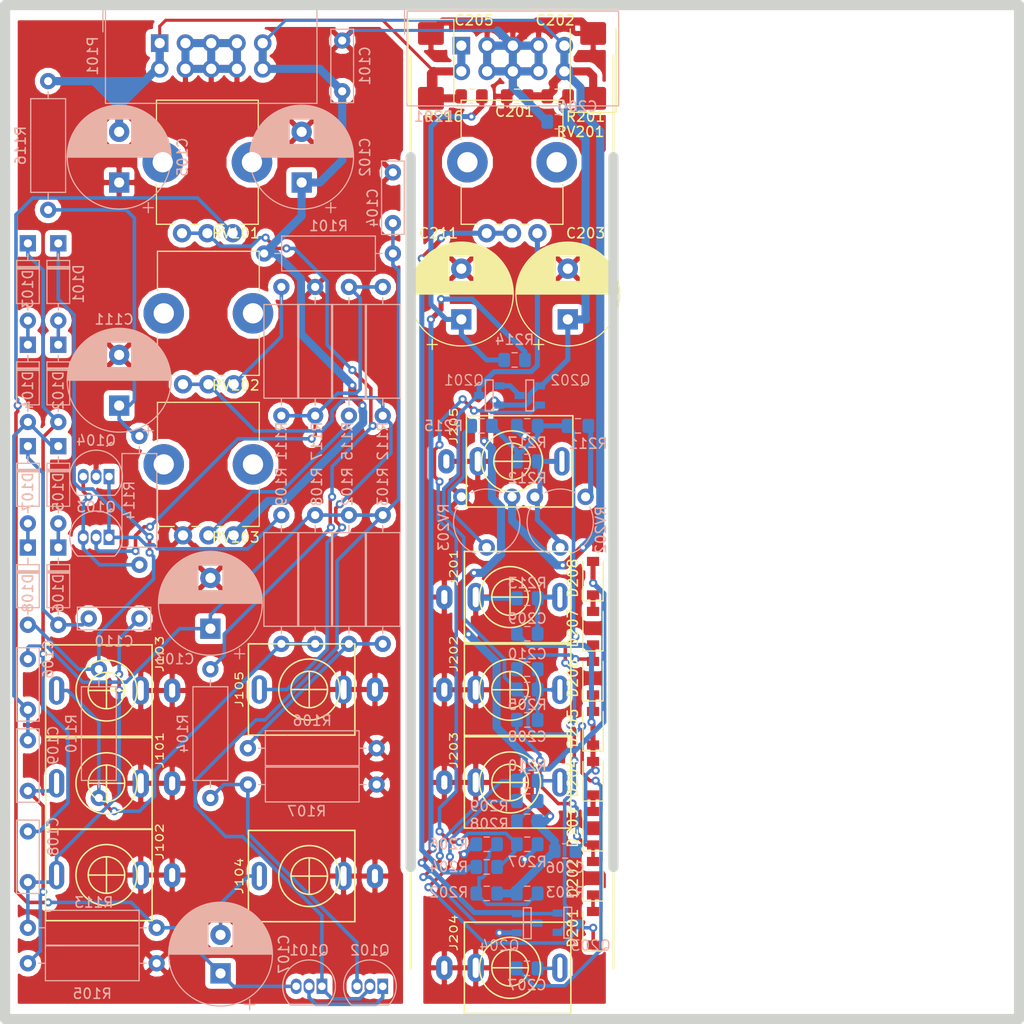
<source format=kicad_pcb>
(kicad_pcb (version 20171130) (host pcbnew "(5.0.0)")
  (layers (0 F.Cu signal hide) (31 B.Cu signal hide) (34 B.Paste user hide) (35 F.Paste user hide) (36 B.SilkS user) (37 F.SilkS user) (38 B.Mask user) (39 F.Mask user hide) (44 Edge.Cuts user))
  (net 0 "")
  (net 1 GNDA)
  (net 2 +12VA)
  (net 3 VCC)
  (net 4 -12VA)
  (net 5 FilterOut)
  (net 6 "Net-(C107-Pad1)")
  (net 7 Out)
  (net 8 "Net-(C108-Pad1)")
  (net 9 BP)
  (net 10 HP)
  (net 11 "Net-(C110-Pad1)")
  (net 12 "Net-(C111-Pad1)")
  (net 13 "Net-(C207-Pad1)")
  (net 14 "Net-(C208-Pad1)")
  (net 15 "Net-(C210-Pad1)")
  (net 16 "Net-(C211-Pad1)")
  (net 17 "Net-(D101-Pad2)")
  (net 18 "Net-(D101-Pad1)")
  (net 19 "Net-(D103-Pad2)")
  (net 20 "Net-(D105-Pad2)")
  (net 21 "Net-(D107-Pad2)")
  (net 22 "Net-(D108-Pad2)")
  (net 23 "Net-(D201-Pad1)")
  (net 24 "Net-(D201-Pad2)")
  (net 25 "Net-(D203-Pad2)")
  (net 26 "Net-(D205-Pad2)")
  (net 27 "Net-(D207-Pad2)")
  (net 28 "Net-(D208-Pad2)")
  (net 29 LP)
  (net 30 CV)
  (net 31 "Net-(Q101-Pad2)")
  (net 32 "Net-(Q102-Pad3)")
  (net 33 "Net-(Q103-Pad3)")
  (net 34 "Net-(Q103-Pad2)")
  (net 35 "Net-(Q202-Pad2)")
  (net 36 "Net-(Q203-Pad1)")
  (net 37 "Net-(Q203-Pad2)")
  (net 38 "Net-(R102-Pad1)")
  (net 39 "Net-(R104-Pad1)")
  (net 40 "Net-(R111-Pad2)")
  (net 41 "Net-(R115-Pad2)")
  (net 42 "Net-(R202-Pad1)")
  (net 43 "Net-(R204-Pad1)")
  (net 44 "Net-(R211-Pad2)")
  (net 45 "Net-(R215-Pad2)")
  (net 46 "Net-(Q201-Pad1)")
  (net 47 FilterOut2)
  (net 48 Out2)
  (net 49 BP2)
  (net 50 HP2)
  (net 51 LP2)
  (net 52 CV2)
  (net 53 +10V)
  (module Capacitor_THT:C_Rect_L7.0mm_W2.0mm_P5.00mm (layer B.Cu) (at 83.25 58.5 90)
    (fp_text reference C101 (at 2.5 2.25 90) (layer B.SilkS) (effects (justify mirror)))
    (fp_text value C)
    (pad 2 thru_hole circle (at 5 0 90) (size 1.6 1.6) (drill 0.8) (layers *.Cu *.Mask) (net 1 GNDA))
    (pad 1 thru_hole circle (at 0 0 90) (size 1.6 1.6) (drill 0.8) (layers *.Cu *.Mask) (net 2 +12VA))
  )
  (module Capacitor_THT:CP_Radial_D10.0mm_P5.00mm (layer B.Cu) (at 79.25 67.5 90)
    (fp_text reference C102 (at 2.5 6.25 90) (layer B.SilkS) (effects (justify mirror)))
    (fp_text value CP)
    (pad 2 thru_hole circle (at 5 0 90) (size 2 2) (drill 1) (layers *.Cu *.Mask) (net 1 GNDA))
    (pad 1 thru_hole rect (at 0 0 90) (size 2 2) (drill 1) (layers *.Cu *.Mask) (net 2 +12VA))
  )
  (module Capacitor_THT:CP_Radial_D10.0mm_P5.00mm (layer B.Cu) (at 70.25 111.5 90)
    (fp_text reference C103 (at -3 -3.5 180) (layer B.SilkS) (effects (justify mirror)))
    (fp_text value 150u)
    (pad 2 thru_hole circle (at 5 0 90) (size 2 2) (drill 1) (layers *.Cu *.Mask) (net 1 GNDA))
    (pad 1 thru_hole rect (at 0 0 90) (size 2 2) (drill 1) (layers *.Cu *.Mask) (net 53 +10V))
  )
  (module Capacitor_THT:C_Rect_L7.0mm_W2.0mm_P5.00mm (layer B.Cu) (at 88.25 71.5 90)
    (fp_text reference C104 (at 1.5 -2 90) (layer B.SilkS) (effects (justify mirror)))
    (fp_text value C)
    (pad 1 thru_hole circle (at 0 0 90) (size 1.6 1.6) (drill 0.8) (layers *.Cu *.Mask) (net 53 +10V))
    (pad 2 thru_hole circle (at 5 0 90) (size 1.6 1.6) (drill 0.8) (layers *.Cu *.Mask) (net 1 GNDA))
  )
  (module Capacitor_THT:CP_Radial_D10.0mm_P5.00mm (layer B.Cu) (at 61.25 67.5 90)
    (fp_text reference C105 (at 2.5 6.25 90) (layer B.SilkS) (effects (justify mirror)))
    (fp_text value CP)
    (pad 2 thru_hole circle (at 5 0 90) (size 2 2) (drill 1) (layers *.Cu *.Mask) (net 4 -12VA))
    (pad 1 thru_hole rect (at 0 0 90) (size 2 2) (drill 1) (layers *.Cu *.Mask) (net 1 GNDA))
  )
  (module Capacitor_THT:C_Rect_L7.0mm_W2.0mm_P5.00mm (layer B.Cu) (at 52.25 114.5 270)
    (fp_text reference C106 (at 0 -2 270) (layer B.SilkS) (effects (justify mirror)))
    (fp_text value 1u)
    (pad 1 thru_hole circle (at 0 0 270) (size 1.6 1.6) (drill 0.8) (layers *.Cu *.Mask) (net 53 +10V))
    (pad 2 thru_hole circle (at 5 0 270) (size 1.6 1.6) (drill 0.8) (layers *.Cu *.Mask) (net 5 FilterOut))
  )
  (module Capacitor_THT:CP_Radial_D10.0mm_P3.80mm (layer B.Cu) (at 71.25 145.5 90)
    (fp_text reference C107 (at 1.9 6.25 90) (layer B.SilkS) (effects (justify mirror)))
    (fp_text value 10u)
    (pad 1 thru_hole rect (at 0 0 90) (size 2 2) (drill 1) (layers *.Cu *.Mask) (net 6 "Net-(C107-Pad1)"))
    (pad 2 thru_hole circle (at 3.8 0 90) (size 2 2) (drill 1) (layers *.Cu *.Mask) (net 7 Out))
  )
  (module Capacitor_THT:C_Rect_L7.0mm_W2.0mm_P5.00mm (layer B.Cu) (at 52.25 131.5 270)
    (fp_text reference C108 (at 0.5 -2.5 270) (layer B.SilkS) (effects (justify mirror)))
    (fp_text value 4n7)
    (pad 1 thru_hole circle (at 0 0 270) (size 1.6 1.6) (drill 0.8) (layers *.Cu *.Mask) (net 8 "Net-(C108-Pad1)"))
    (pad 2 thru_hole circle (at 5 0 270) (size 1.6 1.6) (drill 0.8) (layers *.Cu *.Mask) (net 9 BP))
  )
  (module Capacitor_THT:C_Rect_L7.0mm_W2.0mm_P5.00mm (layer B.Cu) (at 52.25 122.5 270)
    (fp_text reference C109 (at 0.5 -2.5 270) (layer B.SilkS) (effects (justify mirror)))
    (fp_text value 4n7)
    (pad 2 thru_hole circle (at 5 0 270) (size 1.6 1.6) (drill 0.8) (layers *.Cu *.Mask) (net 10 HP))
    (pad 1 thru_hole circle (at 0 0 270) (size 1.6 1.6) (drill 0.8) (layers *.Cu *.Mask) (net 5 FilterOut))
  )
  (module Capacitor_THT:C_Rect_L7.0mm_W2.0mm_P5.00mm (layer B.Cu) (at 58.25 110.5)
    (fp_text reference C110 (at 2.5 2.25) (layer B.SilkS) (effects (justify mirror)))
    (fp_text value 4n7)
    (pad 2 thru_hole circle (at 5 0) (size 1.6 1.6) (drill 0.8) (layers *.Cu *.Mask) (net 9 BP))
    (pad 1 thru_hole circle (at 0 0) (size 1.6 1.6) (drill 0.8) (layers *.Cu *.Mask) (net 11 "Net-(C110-Pad1)"))
  )
  (module Capacitor_THT:CP_Radial_D10.0mm_P5.00mm (layer B.Cu) (at 61.25 89.5 90)
    (fp_text reference C111 (at 8.5 -0.5 180) (layer B.SilkS) (effects (justify mirror)))
    (fp_text value 150u)
    (pad 1 thru_hole rect (at 0 0 90) (size 2 2) (drill 1) (layers *.Cu *.Mask) (net 12 "Net-(C111-Pad1)"))
    (pad 2 thru_hole circle (at 5 0 90) (size 2 2) (drill 1) (layers *.Cu *.Mask) (net 1 GNDA))
  )
  (module Diode_THT:D_DO-35_SOD27_P7.62mm_Horizontal (layer B.Cu) (at 55.25 73.5 270)
    (fp_text reference D101 (at 4 -2 270) (layer B.SilkS) (effects (justify mirror)))
    (fp_text value 1N4148)
    (pad 2 thru_hole oval (at 7.62 0 270) (size 1.6 1.6) (drill 0.8) (layers *.Cu *.Mask) (net 17 "Net-(D101-Pad2)"))
    (pad 1 thru_hole rect (at 0 0 270) (size 1.6 1.6) (drill 0.8) (layers *.Cu *.Mask) (net 18 "Net-(D101-Pad1)"))
  )
  (module Diode_THT:D_DO-35_SOD27_P7.62mm_Horizontal (layer B.Cu) (at 55.25 83.5 270)
    (fp_text reference D102 (at 4.5 0 270) (layer B.SilkS) (effects (justify mirror)))
    (fp_text value 1N4148)
    (pad 1 thru_hole rect (at 0 0 270) (size 1.6 1.6) (drill 0.8) (layers *.Cu *.Mask) (net 17 "Net-(D101-Pad2)"))
    (pad 2 thru_hole oval (at 7.62 0 270) (size 1.6 1.6) (drill 0.8) (layers *.Cu *.Mask) (net 8 "Net-(C108-Pad1)"))
  )
  (module Diode_THT:D_DO-35_SOD27_P7.62mm_Horizontal (layer B.Cu) (at 52.25 73.5 270)
    (fp_text reference D103 (at 4.5 0 270) (layer B.SilkS) (effects (justify mirror)))
    (fp_text value 1N4148)
    (pad 2 thru_hole oval (at 7.62 0 270) (size 1.6 1.6) (drill 0.8) (layers *.Cu *.Mask) (net 19 "Net-(D103-Pad2)"))
    (pad 1 thru_hole rect (at 0 0 270) (size 1.6 1.6) (drill 0.8) (layers *.Cu *.Mask) (net 8 "Net-(C108-Pad1)"))
  )
  (module Diode_THT:D_DO-35_SOD27_P7.62mm_Horizontal (layer B.Cu) (at 52.25 83.5 270)
    (fp_text reference D104 (at 4.5 0 270) (layer B.SilkS) (effects (justify mirror)))
    (fp_text value 1N4148)
    (pad 1 thru_hole rect (at 0 0 270) (size 1.6 1.6) (drill 0.8) (layers *.Cu *.Mask) (net 19 "Net-(D103-Pad2)"))
    (pad 2 thru_hole oval (at 7.62 0 270) (size 1.6 1.6) (drill 0.8) (layers *.Cu *.Mask) (net 5 FilterOut))
  )
  (module Diode_THT:D_DO-35_SOD27_P7.62mm_Horizontal (layer B.Cu) (at 55.25 93.5 270)
    (fp_text reference D105 (at 4.5 0 270) (layer B.SilkS) (effects (justify mirror)))
    (fp_text value 1N4148)
    (pad 2 thru_hole oval (at 7.62 0 270) (size 1.6 1.6) (drill 0.8) (layers *.Cu *.Mask) (net 20 "Net-(D105-Pad2)"))
    (pad 1 thru_hole rect (at 0 0 270) (size 1.6 1.6) (drill 0.8) (layers *.Cu *.Mask) (net 5 FilterOut))
  )
  (module Diode_THT:D_DO-35_SOD27_P7.62mm_Horizontal (layer B.Cu) (at 55.25 103.5 270)
    (fp_text reference D106 (at 4.5 0 270) (layer B.SilkS) (effects (justify mirror)))
    (fp_text value 1N4148)
    (pad 1 thru_hole rect (at 0 0 270) (size 1.6 1.6) (drill 0.8) (layers *.Cu *.Mask) (net 20 "Net-(D105-Pad2)"))
    (pad 2 thru_hole oval (at 7.62 0 270) (size 1.6 1.6) (drill 0.8) (layers *.Cu *.Mask) (net 11 "Net-(C110-Pad1)"))
  )
  (module Diode_THT:D_DO-35_SOD27_P7.62mm_Horizontal (layer B.Cu) (at 52.25 93.5 270)
    (fp_text reference D107 (at 4.5 0 270) (layer B.SilkS) (effects (justify mirror)))
    (fp_text value 1N4148)
    (pad 2 thru_hole oval (at 7.62 0 270) (size 1.6 1.6) (drill 0.8) (layers *.Cu *.Mask) (net 21 "Net-(D107-Pad2)"))
    (pad 1 thru_hole rect (at 0 0 270) (size 1.6 1.6) (drill 0.8) (layers *.Cu *.Mask) (net 11 "Net-(C110-Pad1)"))
  )
  (module Diode_THT:D_DO-35_SOD27_P7.62mm_Horizontal (layer B.Cu) (at 52.25 103.5 270)
    (fp_text reference D108 (at 4.5 0 270) (layer B.SilkS) (effects (justify mirror)))
    (fp_text value 1N4148)
    (pad 1 thru_hole rect (at 0 0 270) (size 1.6 1.6) (drill 0.8) (layers *.Cu *.Mask) (net 21 "Net-(D107-Pad2)"))
    (pad 2 thru_hole oval (at 7.62 0 270) (size 1.6 1.6) (drill 0.8) (layers *.Cu *.Mask) (net 22 "Net-(D108-Pad2)"))
  )
  (module Diode_SMD:D_SOD-123 (layer F.Cu) (at 107.986181 141.045825 90)
    (fp_text reference D201 (at 0 -2 90) (layer F.SilkS))
    (fp_text value MMSD4148)
    (pad 1 smd rect (at -1.65 0 90) (size 0.9 1.2) (layers F.Cu F.Paste F.Mask) (net 23 "Net-(D201-Pad1)"))
    (pad 2 smd rect (at 1.65 0 90) (size 0.9 1.2) (layers F.Cu F.Paste F.Mask) (net 24 "Net-(D201-Pad2)"))
  )
  (module Diode_SMD:D_SOD-123 (layer F.Cu) (at 107.986181 136.113441 90)
    (fp_text reference D202 (at 0 -2 90) (layer F.SilkS))
    (fp_text value MMSD4148)
    (pad 2 smd rect (at 1.65 0 90) (size 0.9 1.2) (layers F.Cu F.Paste F.Mask) (net 14 "Net-(C208-Pad1)"))
    (pad 1 smd rect (at -1.65 0 90) (size 0.9 1.2) (layers F.Cu F.Paste F.Mask) (net 24 "Net-(D201-Pad2)"))
  )
  (module Diode_SMD:D_SOD-123 (layer F.Cu) (at 107.986181 131.181057 90)
    (fp_text reference D203 (at 0 -2 90) (layer F.SilkS))
    (fp_text value MMSD4148)
    (pad 1 smd rect (at -1.65 0 90) (size 0.9 1.2) (layers F.Cu F.Paste F.Mask) (net 14 "Net-(C208-Pad1)"))
    (pad 2 smd rect (at 1.65 0 90) (size 0.9 1.2) (layers F.Cu F.Paste F.Mask) (net 25 "Net-(D203-Pad2)"))
  )
  (module Diode_SMD:D_SOD-123 (layer F.Cu) (at 107.986181 126.248673 90)
    (fp_text reference D204 (at 0 -2 90) (layer F.SilkS))
    (fp_text value MMSD4148)
    (pad 2 smd rect (at 1.65 0 90) (size 0.9 1.2) (layers F.Cu F.Paste F.Mask) (net 47 FilterOut2))
    (pad 1 smd rect (at -1.65 0 90) (size 0.9 1.2) (layers F.Cu F.Paste F.Mask) (net 25 "Net-(D203-Pad2)"))
  )
  (module Diode_SMD:D_SOD-123 (layer F.Cu) (at 107.986181 121.316289 90)
    (fp_text reference D205 (at 0 -2 90) (layer F.SilkS))
    (fp_text value MMSD4148)
    (pad 1 smd rect (at -1.65 0 90) (size 0.9 1.2) (layers F.Cu F.Paste F.Mask) (net 47 FilterOut2))
    (pad 2 smd rect (at 1.65 0 90) (size 0.9 1.2) (layers F.Cu F.Paste F.Mask) (net 26 "Net-(D205-Pad2)"))
  )
  (module Diode_SMD:D_SOD-123 (layer F.Cu) (at 107.986181 116.383905 90)
    (fp_text reference D206 (at 0 -2 90) (layer F.SilkS))
    (fp_text value MMSD4148)
    (pad 2 smd rect (at 1.65 0 90) (size 0.9 1.2) (layers F.Cu F.Paste F.Mask) (net 15 "Net-(C210-Pad1)"))
    (pad 1 smd rect (at -1.65 0 90) (size 0.9 1.2) (layers F.Cu F.Paste F.Mask) (net 26 "Net-(D205-Pad2)"))
  )
  (module Diode_SMD:D_SOD-123 (layer F.Cu) (at 107.986181 111.451521 90)
    (fp_text reference D207 (at 0 -2 90) (layer F.SilkS))
    (fp_text value MMSD4148)
    (pad 1 smd rect (at -1.65 0 90) (size 0.9 1.2) (layers F.Cu F.Paste F.Mask) (net 15 "Net-(C210-Pad1)"))
    (pad 2 smd rect (at 1.65 0 90) (size 0.9 1.2) (layers F.Cu F.Paste F.Mask) (net 27 "Net-(D207-Pad2)"))
  )
  (module Diode_SMD:D_SOD-123 (layer F.Cu) (at 107.986181 106.519137 90)
    (fp_text reference D208 (at 0 -2 90) (layer F.SilkS))
    (fp_text value MMSD4148)
    (pad 2 smd rect (at 1.65 0 90) (size 0.9 1.2) (layers F.Cu F.Paste F.Mask) (net 28 "Net-(D208-Pad2)"))
    (pad 1 smd rect (at -1.65 0 90) (size 0.9 1.2) (layers F.Cu F.Paste F.Mask) (net 27 "Net-(D207-Pad2)"))
  )
  (module AJ-Dropbox-Kicad:PJ301SM (layer F.Cu) (at 60 126.75 90)
    (fp_text reference J101 (at 3.25 5.25 90) (layer F.SilkS) (effects (font (size 0.75 1) (thickness 0.125))))
    (fp_text value HP)
    (pad T thru_hole oval (at 0 -4.92 90) (size 2.8 1.5) (drill oval 2.1 0.5) (layers *.Cu *.Mask) (net 10 HP))
    (pad S thru_hole oval (at 0 6.48 90) (size 2.4 1.6) (drill oval 1.4 0.6) (layers *.Cu *.Mask) (net 1 GNDA))
    (pad TN thru_hole oval (at 0 3.38 90) (size 2.8 1.6) (drill oval 2 0.6) (layers *.Cu *.Mask) (net 1 GNDA))
  )
  (module AJ-Dropbox-Kicad:PJ301SM (layer F.Cu) (at 60 135.8 90)
    (fp_text reference J102 (at 3.3 5.25 90) (layer F.SilkS) (effects (font (size 0.75 1) (thickness 0.125))))
    (fp_text value BP)
    (pad TN thru_hole oval (at 0 3.38 90) (size 2.8 1.6) (drill oval 2 0.6) (layers *.Cu *.Mask) (net 1 GNDA))
    (pad S thru_hole oval (at 0 6.48 90) (size 2.4 1.6) (drill oval 1.4 0.6) (layers *.Cu *.Mask) (net 1 GNDA))
    (pad T thru_hole oval (at 0 -4.92 90) (size 2.8 1.5) (drill oval 2.1 0.5) (layers *.Cu *.Mask) (net 9 BP))
  )
  (module AJ-Dropbox-Kicad:PJ301SM (layer F.Cu) (at 60 117.6 90)
    (fp_text reference J103 (at 3.6 5.25 90) (layer F.SilkS) (effects (font (size 0.75 1) (thickness 0.125))))
    (fp_text value LP)
    (pad TN thru_hole oval (at 0 3.38 90) (size 2.8 1.6) (drill oval 2 0.6) (layers *.Cu *.Mask) (net 1 GNDA))
    (pad S thru_hole oval (at 0 6.48 90) (size 2.4 1.6) (drill oval 1.4 0.6) (layers *.Cu *.Mask) (net 1 GNDA))
    (pad T thru_hole oval (at 0 -4.92 90) (size 2.8 1.5) (drill oval 2.1 0.5) (layers *.Cu *.Mask) (net 29 LP))
  )
  (module AJ-Dropbox-Kicad:PJ301SM (layer F.Cu) (at 80 135.9 90)
    (fp_text reference J104 (at 0 -6.9 90) (layer F.SilkS) (effects (font (size 0.75 1) (thickness 0.125))))
    (fp_text value Out)
    (pad TN thru_hole oval (at 0 3.38 90) (size 2.8 1.6) (drill oval 2 0.6) (layers *.Cu *.Mask) (net 1 GNDA))
    (pad S thru_hole oval (at 0 6.48 90) (size 2.4 1.6) (drill oval 1.4 0.6) (layers *.Cu *.Mask) (net 1 GNDA))
    (pad T thru_hole oval (at 0 -4.92 90) (size 2.8 1.5) (drill oval 2.1 0.5) (layers *.Cu *.Mask) (net 7 Out))
  )
  (module AJ-Dropbox-Kicad:PJ301SM (layer F.Cu) (at 80 117.5 90)
    (fp_text reference J105 (at 0 -6.9 90) (layer F.SilkS) (effects (font (size 0.75 1) (thickness 0.125))))
    (fp_text value CV)
    (pad T thru_hole oval (at 0 -4.92 90) (size 2.8 1.5) (drill oval 2.1 0.5) (layers *.Cu *.Mask) (net 30 CV))
    (pad S thru_hole oval (at 0 6.48 90) (size 2.4 1.6) (drill oval 1.4 0.6) (layers *.Cu *.Mask) (net 1 GNDA))
    (pad TN thru_hole oval (at 0 3.38 90) (size 2.8 1.6) (drill oval 2 0.6) (layers *.Cu *.Mask) (net 1 GNDA))
  )
  (module AJ-Dropbox-Kicad:PJ301SM (layer F.Cu) (at 99.800341 108.385056 270)
    (fp_text reference J201 (at -2.885056 5.550341 270) (layer F.SilkS) (effects (font (size 0.75 1) (thickness 0.125))))
    (fp_text value HP)
    (pad T thru_hole oval (at 0 -4.92 270) (size 2.8 1.5) (drill oval 2.1 0.5) (layers *.Cu *.Mask) (net 50 HP2))
    (pad S thru_hole oval (at 0 6.48 270) (size 2.4 1.6) (drill oval 1.4 0.6) (layers *.Cu *.Mask) (net 1 GNDA))
    (pad TN thru_hole oval (at 0 3.38 270) (size 2.8 1.6) (drill oval 2 0.6) (layers *.Cu *.Mask) (net 1 GNDA))
  )
  (module AJ-Dropbox-Kicad:PJ301SM (layer F.Cu) (at 99.800341 117.525797 270)
    (fp_text reference J202 (at -3.525797 5.550341 270) (layer F.SilkS) (effects (font (size 0.75 1) (thickness 0.125))))
    (fp_text value BP)
    (pad TN thru_hole oval (at 0 3.38 270) (size 2.8 1.6) (drill oval 2 0.6) (layers *.Cu *.Mask) (net 1 GNDA))
    (pad S thru_hole oval (at 0 6.48 270) (size 2.4 1.6) (drill oval 1.4 0.6) (layers *.Cu *.Mask) (net 1 GNDA))
    (pad T thru_hole oval (at 0 -4.92 270) (size 2.8 1.5) (drill oval 2.1 0.5) (layers *.Cu *.Mask) (net 49 BP2))
  )
  (module AJ-Dropbox-Kicad:PJ301SM (layer F.Cu) (at 99.800341 126.666538 270)
    (fp_text reference J203 (at -3.166538 5.550341 270) (layer F.SilkS) (effects (font (size 0.75 1) (thickness 0.125))))
    (fp_text value LP)
    (pad T thru_hole oval (at 0 -4.92 270) (size 2.8 1.5) (drill oval 2.1 0.5) (layers *.Cu *.Mask) (net 51 LP2))
    (pad S thru_hole oval (at 0 6.48 270) (size 2.4 1.6) (drill oval 1.4 0.6) (layers *.Cu *.Mask) (net 1 GNDA))
    (pad TN thru_hole oval (at 0 3.38 270) (size 2.8 1.6) (drill oval 2 0.6) (layers *.Cu *.Mask) (net 1 GNDA))
  )
  (module AJ-Dropbox-Kicad:PJ301SM (layer F.Cu) (at 99.800341 144.94802 270)
    (fp_text reference J204 (at -3.44802 5.550341 270) (layer F.SilkS) (effects (font (size 0.75 1) (thickness 0.125))))
    (fp_text value Out)
    (pad TN thru_hole oval (at 0 3.38 270) (size 2.8 1.6) (drill oval 2 0.6) (layers *.Cu *.Mask) (net 1 GNDA))
    (pad S thru_hole oval (at 0 6.48 270) (size 2.4 1.6) (drill oval 1.4 0.6) (layers *.Cu *.Mask) (net 1 GNDA))
    (pad T thru_hole oval (at 0 -4.92 270) (size 2.8 1.5) (drill oval 2.1 0.5) (layers *.Cu *.Mask) (net 48 Out2))
  )
  (module AJ-Dropbox-Kicad:PJ301SM (layer F.Cu) (at 100 95 270)
    (fp_text reference J205 (at -3.5 5.75 270) (layer F.SilkS) (effects (font (size 0.75 1) (thickness 0.125))))
    (fp_text value CV)
    (pad T thru_hole oval (at 0 -4.92 270) (size 2.8 1.5) (drill oval 2.1 0.5) (layers *.Cu *.Mask) (net 52 CV2))
    (pad S thru_hole oval (at 0 6.48 270) (size 2.4 1.6) (drill oval 1.4 0.6) (layers *.Cu *.Mask) (net 1 GNDA))
    (pad TN thru_hole oval (at 0 3.38 270) (size 2.8 1.6) (drill oval 2 0.6) (layers *.Cu *.Mask) (net 1 GNDA))
  )
  (module Connectors_IDC:IDC-Header_2x05_Pitch2.54mm_Straight (layer B.Cu) (at 65.25 53.75 270)
    (fp_text reference P101 (at 1.27 6.604 270) (layer B.SilkS) (effects (justify mirror)))
    (fp_text value Doepfer_Power_10pin)
    (pad 1 thru_hole rect (at 0 0 270) (size 1.7272 1.7272) (drill 1.016) (layers *.Cu *.Mask) (net 4 -12VA))
    (pad 2 thru_hole oval (at 2.54 0 270) (size 1.7272 1.7272) (drill 1.016) (layers *.Cu *.Mask) (net 4 -12VA))
    (pad 3 thru_hole oval (at 0 -2.54 270) (size 1.7272 1.7272) (drill 1.016) (layers *.Cu *.Mask) (net 1 GNDA))
    (pad 4 thru_hole oval (at 2.54 -2.54 270) (size 1.7272 1.7272) (drill 1.016) (layers *.Cu *.Mask) (net 1 GNDA))
    (pad 5 thru_hole oval (at 0 -5.08 270) (size 1.7272 1.7272) (drill 1.016) (layers *.Cu *.Mask) (net 1 GNDA))
    (pad 6 thru_hole oval (at 2.54 -5.08 270) (size 1.7272 1.7272) (drill 1.016) (layers *.Cu *.Mask) (net 1 GNDA))
    (pad 7 thru_hole oval (at 0 -7.62 270) (size 1.7272 1.7272) (drill 1.016) (layers *.Cu *.Mask) (net 1 GNDA))
    (pad 8 thru_hole oval (at 2.54 -7.62 270) (size 1.7272 1.7272) (drill 1.016) (layers *.Cu *.Mask) (net 1 GNDA))
    (pad 9 thru_hole oval (at 0 -10.16 270) (size 1.7272 1.7272) (drill 1.016) (layers *.Cu *.Mask) (net 2 +12VA))
    (pad 10 thru_hole oval (at 2.54 -10.16 270) (size 1.7272 1.7272) (drill 1.016) (layers *.Cu *.Mask) (net 2 +12VA))
  )
  (module Connectors_IDC:IDC-Header_2x05_Pitch2.54mm_Straight (layer B.Cu) (at 95 54 270)
    (fp_text reference P201 (at 7 2.75) (layer B.SilkS) (effects (justify mirror)))
    (fp_text value Doepfer_Power_10pin)
    (pad 10 thru_hole oval (at 2.54 -10.16 270) (size 1.7272 1.7272) (drill 1.016) (layers *.Cu *.Mask) (net 2 +12VA))
    (pad 9 thru_hole oval (at 0 -10.16 270) (size 1.7272 1.7272) (drill 1.016) (layers *.Cu *.Mask) (net 2 +12VA))
    (pad 8 thru_hole oval (at 2.54 -7.62 270) (size 1.7272 1.7272) (drill 1.016) (layers *.Cu *.Mask) (net 1 GNDA))
    (pad 7 thru_hole oval (at 0 -7.62 270) (size 1.7272 1.7272) (drill 1.016) (layers *.Cu *.Mask) (net 1 GNDA))
    (pad 6 thru_hole oval (at 2.54 -5.08 270) (size 1.7272 1.7272) (drill 1.016) (layers *.Cu *.Mask) (net 1 GNDA))
    (pad 5 thru_hole oval (at 0 -5.08 270) (size 1.7272 1.7272) (drill 1.016) (layers *.Cu *.Mask) (net 1 GNDA))
    (pad 4 thru_hole oval (at 2.54 -2.54 270) (size 1.7272 1.7272) (drill 1.016) (layers *.Cu *.Mask) (net 1 GNDA))
    (pad 3 thru_hole oval (at 0 -2.54 270) (size 1.7272 1.7272) (drill 1.016) (layers *.Cu *.Mask) (net 1 GNDA))
    (pad 2 thru_hole oval (at 2.54 0 270) (size 1.7272 1.7272) (drill 1.016) (layers *.Cu *.Mask) (net 4 -12VA))
    (pad 1 thru_hole rect (at 0 0 270) (size 1.7272 1.7272) (drill 1.016) (layers *.Cu *.Mask) (net 4 -12VA))
  )
  (module Package_TO_SOT_THT:TO-92_Inline (layer B.Cu) (at 81.25 146.776322 180)
    (fp_text reference Q101 (at 1.27 3.56 180) (layer B.SilkS) (effects (justify mirror)))
    (fp_text value BC559)
    (pad 2 thru_hole oval (at 1.27 0 180) (size 1.05 1.5) (drill 0.75) (layers *.Cu *.Mask) (net 31 "Net-(Q101-Pad2)"))
    (pad 3 thru_hole oval (at 2.54 0 180) (size 1.05 1.5) (drill 0.75) (layers *.Cu *.Mask) (net 6 "Net-(C107-Pad1)"))
    (pad 1 thru_hole rect (at 0 0 180) (size 1.05 1.5) (drill 0.75) (layers *.Cu *.Mask) (net 53 +10V))
  )
  (module Package_TO_SOT_THT:TO-92_Inline (layer B.Cu) (at 87.25 146.776322 180)
    (fp_text reference Q102 (at 1.27 3.56 180) (layer B.SilkS) (effects (justify mirror)))
    (fp_text value BC549)
    (pad 1 thru_hole rect (at 0 0 180) (size 1.05 1.5) (drill 0.75) (layers *.Cu *.Mask) (net 31 "Net-(Q101-Pad2)"))
    (pad 3 thru_hole oval (at 2.54 0 180) (size 1.05 1.5) (drill 0.75) (layers *.Cu *.Mask) (net 32 "Net-(Q102-Pad3)"))
    (pad 2 thru_hole oval (at 1.27 0 180) (size 1.05 1.5) (drill 0.75) (layers *.Cu *.Mask) (net 53 +10V))
  )
  (module Package_TO_SOT_THT:TO-92_Inline (layer B.Cu) (at 60.25 102.5 180)
    (fp_text reference Q103 (at 1.27 3 180) (layer B.SilkS) (effects (justify mirror)))
    (fp_text value BC549)
    (pad 1 thru_hole rect (at 0 0 180) (size 1.05 1.5) (drill 0.75) (layers *.Cu *.Mask) (net 18 "Net-(D101-Pad1)"))
    (pad 3 thru_hole oval (at 2.54 0 180) (size 1.05 1.5) (drill 0.75) (layers *.Cu *.Mask) (net 33 "Net-(Q103-Pad3)"))
    (pad 2 thru_hole oval (at 1.27 0 180) (size 1.05 1.5) (drill 0.75) (layers *.Cu *.Mask) (net 34 "Net-(Q103-Pad2)"))
  )
  (module Package_TO_SOT_THT:TO-92_Inline (layer B.Cu) (at 60.25 96.5 180)
    (fp_text reference Q104 (at 1.27 3.56 180) (layer B.SilkS) (effects (justify mirror)))
    (fp_text value BC549)
    (pad 2 thru_hole oval (at 1.27 0 180) (size 1.05 1.5) (drill 0.75) (layers *.Cu *.Mask) (net 1 GNDA))
    (pad 3 thru_hole oval (at 2.54 0 180) (size 1.05 1.5) (drill 0.75) (layers *.Cu *.Mask) (net 33 "Net-(Q103-Pad3)"))
    (pad 1 thru_hole rect (at 0 0 180) (size 1.05 1.5) (drill 0.75) (layers *.Cu *.Mask) (net 22 "Net-(D108-Pad2)"))
  )
  (module Active:SOT-23-3 (layer B.Cu) (at 97.75 88.5 180)
    (fp_text reference Q201 (at 2.5 1.5 180) (layer B.SilkS) (effects (font (size 1.016 1.016) (thickness 0.127)) (justify mirror)))
    (fp_text value MMBT2907A hide)
    (pad 3 smd rect (at 1 0 270) (size 0.7 1) (layers B.Cu B.Paste B.Mask) (net 13 "Net-(C207-Pad1)"))
    (pad 2 smd rect (at -1 -0.95 270) (size 0.7 1) (layers B.Cu B.Paste B.Mask) (net 3 VCC))
    (pad 1 smd rect (at -1 0.95 270) (size 0.7 1) (layers B.Cu B.Paste B.Mask) (net 46 "Net-(Q201-Pad1)"))
  )
  (module Active:SOT-23-3 (layer B.Cu) (at 101.75 88.5 180)
    (fp_text reference Q202 (at -4 1.5 180) (layer B.SilkS) (effects (font (size 1.016 1.016) (thickness 0.127)) (justify mirror)))
    (fp_text value MMBT2222A hide)
    (pad 3 smd rect (at 1 0 270) (size 0.7 1) (layers B.Cu B.Paste B.Mask) (net 46 "Net-(Q201-Pad1)"))
    (pad 2 smd rect (at -1 -0.95 270) (size 0.7 1) (layers B.Cu B.Paste B.Mask) (net 35 "Net-(Q202-Pad2)"))
    (pad 1 smd rect (at -1 0.95 270) (size 0.7 1) (layers B.Cu B.Paste B.Mask) (net 3 VCC))
  )
  (module Active:SOT-23-3 (layer B.Cu) (at 105.5 140.5)
    (fp_text reference Q203 (at 2.25 2.25) (layer B.SilkS) (effects (font (size 1.016 1.016) (thickness 0.127)) (justify mirror)))
    (fp_text value MMBT2222A hide)
    (pad 1 smd rect (at -1 0.95 90) (size 0.7 1) (layers B.Cu B.Paste B.Mask) (net 36 "Net-(Q203-Pad1)"))
    (pad 2 smd rect (at -1 -0.95 90) (size 0.7 1) (layers B.Cu B.Paste B.Mask) (net 37 "Net-(Q203-Pad2)"))
    (pad 3 smd rect (at 1 0 90) (size 0.7 1) (layers B.Cu B.Paste B.Mask) (net 23 "Net-(D201-Pad1)"))
  )
  (module Active:SOT-23-3 (layer B.Cu) (at 101.5 140.55)
    (fp_text reference Q204 (at -2.75 2.2) (layer B.SilkS) (effects (font (size 1.016 1.016) (thickness 0.127)) (justify mirror)))
    (fp_text value MMBT2222A hide)
    (pad 1 smd rect (at -1 0.95 90) (size 0.7 1) (layers B.Cu B.Paste B.Mask) (net 1 GNDA))
    (pad 2 smd rect (at -1 -0.95 90) (size 0.7 1) (layers B.Cu B.Paste B.Mask) (net 37 "Net-(Q203-Pad2)"))
    (pad 3 smd rect (at 1 0 90) (size 0.7 1) (layers B.Cu B.Paste B.Mask) (net 28 "Net-(D208-Pad2)"))
  )
  (module Resistor_THT:R_Axial_DIN0309_L9.0mm_D3.2mm_P12.70mm_Horizontal (layer B.Cu) (at 88.25 74.5 180)
    (fp_text reference R101 (at 6.35 2.72 180) (layer B.SilkS) (effects (justify mirror)))
    (fp_text value 360)
    (pad 1 thru_hole circle (at 0 0 180) (size 1.6 1.6) (drill 0.8) (layers *.Cu *.Mask) (net 53 +10V))
    (pad 2 thru_hole oval (at 12.7 0 180) (size 1.6 1.6) (drill 0.8) (layers *.Cu *.Mask) (net 2 +12VA))
  )
  (module Resistor_THT:R_Axial_DIN0309_L9.0mm_D3.2mm_P12.70mm_Horizontal (layer B.Cu) (at 83.916666 113 90)
    (fp_text reference R102 (at 15.5 -0.166666 90) (layer B.SilkS) (effects (justify mirror)))
    (fp_text value 82k)
    (pad 2 thru_hole oval (at 12.7 0 90) (size 1.6 1.6) (drill 0.8) (layers *.Cu *.Mask) (net 53 +10V))
    (pad 1 thru_hole circle (at 0 0 90) (size 1.6 1.6) (drill 0.8) (layers *.Cu *.Mask) (net 38 "Net-(R102-Pad1)"))
  )
  (module Resistor_THT:R_Axial_DIN0309_L9.0mm_D3.2mm_P12.70mm_Horizontal (layer B.Cu) (at 87.249999 113 90)
    (fp_text reference R103 (at 15.5 0.000001 90) (layer B.SilkS) (effects (justify mirror)))
    (fp_text value 3M3)
    (pad 1 thru_hole circle (at 0 0 90) (size 1.6 1.6) (drill 0.8) (layers *.Cu *.Mask) (net 38 "Net-(R102-Pad1)"))
    (pad 2 thru_hole oval (at 12.7 0 90) (size 1.6 1.6) (drill 0.8) (layers *.Cu *.Mask) (net 53 +10V))
  )
  (module Resistor_THT:R_Axial_DIN0309_L9.0mm_D3.2mm_P12.70mm_Horizontal (layer B.Cu) (at 70.25 115.5 270)
    (fp_text reference R104 (at 6.35 2.72 270) (layer B.SilkS) (effects (justify mirror)))
    (fp_text value 18k)
    (pad 1 thru_hole circle (at 0 0 270) (size 1.6 1.6) (drill 0.8) (layers *.Cu *.Mask) (net 39 "Net-(R104-Pad1)"))
    (pad 2 thru_hole oval (at 12.7 0 270) (size 1.6 1.6) (drill 0.8) (layers *.Cu *.Mask) (net 32 "Net-(Q102-Pad3)"))
  )
  (module Resistor_THT:R_Axial_DIN0309_L9.0mm_D3.2mm_P12.70mm_Horizontal (layer B.Cu) (at 52.25 141)
    (fp_text reference R105 (at 6.35 6.5) (layer B.SilkS) (effects (justify mirror)))
    (fp_text value 1k)
    (pad 2 thru_hole oval (at 12.7 0) (size 1.6 1.6) (drill 0.8) (layers *.Cu *.Mask) (net 6 "Net-(C107-Pad1)"))
    (pad 1 thru_hole circle (at 0 0) (size 1.6 1.6) (drill 0.8) (layers *.Cu *.Mask) (net 9 BP))
  )
  (module Resistor_THT:R_Axial_DIN0309_L9.0mm_D3.2mm_P12.70mm_Horizontal (layer B.Cu) (at 86.644883 123.290562 180)
    (fp_text reference R106 (at 6.35 2.72 180) (layer B.SilkS) (effects (justify mirror)))
    (fp_text value 2k)
    (pad 1 thru_hole circle (at 0 0 180) (size 1.6 1.6) (drill 0.8) (layers *.Cu *.Mask) (net 1 GNDA))
    (pad 2 thru_hole oval (at 12.7 0 180) (size 1.6 1.6) (drill 0.8) (layers *.Cu *.Mask) (net 38 "Net-(R102-Pad1)"))
  )
  (module Resistor_THT:R_Axial_DIN0309_L9.0mm_D3.2mm_P12.70mm_Horizontal (layer B.Cu) (at 86.644883 126.873222 180)
    (fp_text reference R107 (at 6.894883 -2.626778 180) (layer B.SilkS) (effects (justify mirror)))
    (fp_text value 2k)
    (pad 2 thru_hole oval (at 12.7 0 180) (size 1.6 1.6) (drill 0.8) (layers *.Cu *.Mask) (net 32 "Net-(Q102-Pad3)"))
    (pad 1 thru_hole circle (at 0 0 180) (size 1.6 1.6) (drill 0.8) (layers *.Cu *.Mask) (net 1 GNDA))
  )
  (module Resistor_THT:R_Axial_DIN0309_L9.0mm_D3.2mm_P12.70mm_Horizontal (layer B.Cu) (at 80.583333 113 90)
    (fp_text reference R108 (at 15.5 0.166667 90) (layer B.SilkS) (effects (justify mirror)))
    (fp_text value 1k)
    (pad 2 thru_hole oval (at 12.7 0 90) (size 1.6 1.6) (drill 0.8) (layers *.Cu *.Mask) (net 53 +10V))
    (pad 1 thru_hole circle (at 0 0 90) (size 1.6 1.6) (drill 0.8) (layers *.Cu *.Mask) (net 29 LP))
  )
  (module Resistor_THT:R_Axial_DIN0309_L9.0mm_D3.2mm_P12.70mm_Horizontal (layer B.Cu) (at 77.25 100.3 270)
    (fp_text reference R109 (at -2.8 0 270) (layer B.SilkS) (effects (justify mirror)))
    (fp_text value 2k)
    (pad 2 thru_hole oval (at 12.7 0 270) (size 1.6 1.6) (drill 0.8) (layers *.Cu *.Mask) (net 29 LP))
    (pad 1 thru_hole circle (at 0 0 270) (size 1.6 1.6) (drill 0.8) (layers *.Cu *.Mask) (net 18 "Net-(D101-Pad1)"))
  )
  (module Resistor_THT:R_Axial_DIN0309_L9.0mm_D3.2mm_P12.70mm_Horizontal (layer B.Cu) (at 59.25 115.5 270)
    (fp_text reference R110 (at 6.35 2.72 270) (layer B.SilkS) (effects (justify mirror)))
    (fp_text value 2k)
    (pad 1 thru_hole circle (at 0 0 270) (size 1.6 1.6) (drill 0.8) (layers *.Cu *.Mask) (net 22 "Net-(D108-Pad2)"))
    (pad 2 thru_hole oval (at 12.7 0 270) (size 1.6 1.6) (drill 0.8) (layers *.Cu *.Mask) (net 29 LP))
  )
  (module Resistor_THT:R_Axial_DIN0309_L9.0mm_D3.2mm_P12.70mm_Horizontal (layer B.Cu) (at 77.25 90.5 90)
    (fp_text reference R111 (at -2.5 0 90) (layer B.SilkS) (effects (justify mirror)))
    (fp_text value 220k)
    (pad 1 thru_hole circle (at 0 0 90) (size 1.6 1.6) (drill 0.8) (layers *.Cu *.Mask) (net 34 "Net-(Q103-Pad2)"))
    (pad 2 thru_hole oval (at 12.7 0 90) (size 1.6 1.6) (drill 0.8) (layers *.Cu *.Mask) (net 40 "Net-(R111-Pad2)"))
  )
  (module Resistor_THT:R_Axial_DIN0309_L9.0mm_D3.2mm_P12.70mm_Horizontal (layer B.Cu) (at 87.249999 77.8 270)
    (fp_text reference R112 (at 15.2 -0.000001 270) (layer B.SilkS) (effects (justify mirror)))
    (fp_text value 47k)
    (pad 1 thru_hole circle (at 0 0 270) (size 1.6 1.6) (drill 0.8) (layers *.Cu *.Mask) (net 34 "Net-(Q103-Pad2)"))
    (pad 2 thru_hole oval (at 12.7 0 270) (size 1.6 1.6) (drill 0.8) (layers *.Cu *.Mask) (net 30 CV))
  )
  (module Resistor_THT:R_Axial_DIN0309_L9.0mm_D3.2mm_P12.70mm_Horizontal (layer B.Cu) (at 64.95 144.5 180)
    (fp_text reference R113 (at 6.2 6 180) (layer B.SilkS) (effects (justify mirror)))
    (fp_text value 1k)
    (pad 2 thru_hole oval (at 12.7 0 180) (size 1.6 1.6) (drill 0.8) (layers *.Cu *.Mask) (net 10 HP))
    (pad 1 thru_hole circle (at 0 0 180) (size 1.6 1.6) (drill 0.8) (layers *.Cu *.Mask) (net 1 GNDA))
  )
  (module Resistor_THT:R_Axial_DIN0309_L9.0mm_D3.2mm_P12.70mm_Horizontal (layer B.Cu) (at 63.25 92.5 270)
    (fp_text reference R114 (at 6.35 1 270) (layer B.SilkS) (effects (justify mirror)))
    (fp_text value 3k9)
    (pad 2 thru_hole oval (at 12.7 0 270) (size 1.6 1.6) (drill 0.8) (layers *.Cu *.Mask) (net 33 "Net-(Q103-Pad3)"))
    (pad 1 thru_hole circle (at 0 0 270) (size 1.6 1.6) (drill 0.8) (layers *.Cu *.Mask) (net 12 "Net-(C111-Pad1)"))
  )
  (module Resistor_THT:R_Axial_DIN0309_L9.0mm_D3.2mm_P12.70mm_Horizontal (layer B.Cu) (at 83.916666 77.8 270)
    (fp_text reference R115 (at 15.2 0.166666 270) (layer B.SilkS) (effects (justify mirror)))
    (fp_text value 47k)
    (pad 1 thru_hole circle (at 0 0 270) (size 1.6 1.6) (drill 0.8) (layers *.Cu *.Mask) (net 34 "Net-(Q103-Pad2)"))
    (pad 2 thru_hole oval (at 12.7 0 270) (size 1.6 1.6) (drill 0.8) (layers *.Cu *.Mask) (net 41 "Net-(R115-Pad2)"))
  )
  (module Resistor_THT:R_Axial_DIN0309_L9.0mm_D3.2mm_P12.70mm_Horizontal (layer B.Cu) (at 54.25 57.5 270)
    (fp_text reference R116 (at 6.35 2.72 270) (layer B.SilkS) (effects (justify mirror)))
    (fp_text value 82)
    (pad 1 thru_hole circle (at 0 0 270) (size 1.6 1.6) (drill 0.8) (layers *.Cu *.Mask) (net 4 -12VA))
    (pad 2 thru_hole oval (at 12.7 0 270) (size 1.6 1.6) (drill 0.8) (layers *.Cu *.Mask) (net 12 "Net-(C111-Pad1)"))
  )
  (module Resistor_THT:R_Axial_DIN0309_L9.0mm_D3.2mm_P12.70mm_Horizontal (layer B.Cu) (at 80.583333 77.8 270)
    (fp_text reference R117 (at 15.2 -0.166667 270) (layer B.SilkS) (effects (justify mirror)))
    (fp_text value 1k)
    (pad 2 thru_hole oval (at 12.7 0 270) (size 1.6 1.6) (drill 0.8) (layers *.Cu *.Mask) (net 34 "Net-(Q103-Pad2)"))
    (pad 1 thru_hole circle (at 0 0 270) (size 1.6 1.6) (drill 0.8) (layers *.Cu *.Mask) (net 1 GNDA))
  )
  (module Resistor_SMD:R_0805_2012Metric_Pad1.15x1.40mm_HandSolder (layer F.Cu) (at 104.5 59 180)
    (fp_text reference R201 (at -2.75 -2 180) (layer F.SilkS))
    (fp_text value 360)
    (pad 2 smd roundrect (at 1.025 0 180) (size 1.15 1.4) (layers F.Cu F.Paste F.Mask) (roundrect_rratio 0.217391) (net 2 +12VA))
    (pad 1 smd roundrect (at -1.025 0 180) (size 1.15 1.4) (layers F.Cu F.Paste F.Mask) (roundrect_rratio 0.217391) (net 3 VCC))
  )
  (module Resistor_SMD:R_0805_2012Metric_Pad1.15x1.40mm_HandSolder (layer B.Cu) (at 97.5 137.612799)
    (fp_text reference R202 (at -3.75 -0.112799) (layer B.SilkS) (effects (justify mirror)))
    (fp_text value 82k)
    (pad 2 smd roundrect (at 1.025 0) (size 1.15 1.4) (layers B.Cu B.Paste B.Mask) (roundrect_rratio 0.217391) (net 3 VCC))
    (pad 1 smd roundrect (at -1.025 0) (size 1.15 1.4) (layers B.Cu B.Paste B.Mask) (roundrect_rratio 0.217391) (net 42 "Net-(R202-Pad1)"))
  )
  (module Resistor_SMD:R_0805_2012Metric_Pad1.15x1.40mm_HandSolder (layer B.Cu) (at 101.5 137.612799 180)
    (fp_text reference R203 (at -3.75 0.112799 180) (layer B.SilkS) (effects (justify mirror)))
    (fp_text value 3M3)
    (pad 1 smd roundrect (at -1.025 0 180) (size 1.15 1.4) (layers B.Cu B.Paste B.Mask) (roundrect_rratio 0.217391) (net 42 "Net-(R202-Pad1)"))
    (pad 2 smd roundrect (at 1.025 0 180) (size 1.15 1.4) (layers B.Cu B.Paste B.Mask) (roundrect_rratio 0.217391) (net 3 VCC))
  )
  (module Resistor_SMD:R_0805_2012Metric_Pad1.15x1.40mm_HandSolder (layer B.Cu) (at 97.5 135)
    (fp_text reference R204 (at -3.75 0) (layer B.SilkS) (effects (justify mirror)))
    (fp_text value 18k)
    (pad 2 smd roundrect (at 1.025 0) (size 1.15 1.4) (layers B.Cu B.Paste B.Mask) (roundrect_rratio 0.217391) (net 35 "Net-(Q202-Pad2)"))
    (pad 1 smd roundrect (at -1.025 0) (size 1.15 1.4) (layers B.Cu B.Paste B.Mask) (roundrect_rratio 0.217391) (net 43 "Net-(R204-Pad1)"))
  )
  (module Resistor_SMD:R_0805_2012Metric_Pad1.15x1.40mm_HandSolder (layer B.Cu) (at 101.5 117.5 180)
    (fp_text reference R205 (at 0 -1.5) (layer B.SilkS) (effects (justify mirror)))
    (fp_text value 1k)
    (pad 1 smd roundrect (at -1.025 0 180) (size 1.15 1.4) (layers B.Cu B.Paste B.Mask) (roundrect_rratio 0.217391) (net 49 BP2))
    (pad 2 smd roundrect (at 1.025 0 180) (size 1.15 1.4) (layers B.Cu B.Paste B.Mask) (roundrect_rratio 0.217391) (net 13 "Net-(C207-Pad1)"))
  )
  (module Resistor_SMD:R_0805_2012Metric_Pad1.15x1.40mm_HandSolder (layer B.Cu) (at 97.5 132.762799)
    (fp_text reference R206 (at -3.75 -0.012799) (layer B.SilkS) (effects (justify mirror)))
    (fp_text value 2k)
    (pad 1 smd roundrect (at -1.025 0) (size 1.15 1.4) (layers B.Cu B.Paste B.Mask) (roundrect_rratio 0.217391) (net 1 GNDA))
    (pad 2 smd roundrect (at 1.025 0) (size 1.15 1.4) (layers B.Cu B.Paste B.Mask) (roundrect_rratio 0.217391) (net 42 "Net-(R202-Pad1)"))
  )
  (module Resistor_SMD:R_0805_2012Metric_Pad1.15x1.40mm_HandSolder (layer B.Cu) (at 101.5 132.762799 180)
    (fp_text reference R207 (at 0 -1.737201 180) (layer B.SilkS) (effects (justify mirror)))
    (fp_text value 2k)
    (pad 2 smd roundrect (at 1.025 0 180) (size 1.15 1.4) (layers B.Cu B.Paste B.Mask) (roundrect_rratio 0.217391) (net 35 "Net-(Q202-Pad2)"))
    (pad 1 smd roundrect (at -1.025 0 180) (size 1.15 1.4) (layers B.Cu B.Paste B.Mask) (roundrect_rratio 0.217391) (net 1 GNDA))
  )
  (module Resistor_SMD:R_0805_2012Metric_Pad1.15x1.40mm_HandSolder (layer B.Cu) (at 101.5 130.5)
    (fp_text reference R208 (at -3.75 0.25) (layer B.SilkS) (effects (justify mirror)))
    (fp_text value 1k)
    (pad 1 smd roundrect (at -1.025 0) (size 1.15 1.4) (layers B.Cu B.Paste B.Mask) (roundrect_rratio 0.217391) (net 51 LP2))
    (pad 2 smd roundrect (at 1.025 0) (size 1.15 1.4) (layers B.Cu B.Paste B.Mask) (roundrect_rratio 0.217391) (net 3 VCC))
  )
  (module Resistor_SMD:R_0805_2012Metric_Pad1.15x1.40mm_HandSolder (layer B.Cu) (at 101.5 128.5)
    (fp_text reference R209 (at -3.75 0.5) (layer B.SilkS) (effects (justify mirror)))
    (fp_text value 2k)
    (pad 1 smd roundrect (at -1.025 0) (size 1.15 1.4) (layers B.Cu B.Paste B.Mask) (roundrect_rratio 0.217391) (net 23 "Net-(D201-Pad1)"))
    (pad 2 smd roundrect (at 1.025 0) (size 1.15 1.4) (layers B.Cu B.Paste B.Mask) (roundrect_rratio 0.217391) (net 51 LP2))
  )
  (module Resistor_SMD:R_0805_2012Metric_Pad1.15x1.40mm_HandSolder (layer B.Cu) (at 101.5 126.5)
    (fp_text reference R210 (at 0 -1.5) (layer B.SilkS) (effects (justify mirror)))
    (fp_text value 2k)
    (pad 1 smd roundrect (at -1.025 0) (size 1.15 1.4) (layers B.Cu B.Paste B.Mask) (roundrect_rratio 0.217391) (net 28 "Net-(D208-Pad2)"))
    (pad 2 smd roundrect (at 1.025 0) (size 1.15 1.4) (layers B.Cu B.Paste B.Mask) (roundrect_rratio 0.217391) (net 51 LP2))
  )
  (module Resistor_SMD:R_0805_2012Metric_Pad1.15x1.40mm_HandSolder (layer B.Cu) (at 106.5 91.5)
    (fp_text reference R211 (at 1 1.75) (layer B.SilkS) (effects (justify mirror)))
    (fp_text value 220k)
    (pad 1 smd roundrect (at -1.025 0) (size 1.15 1.4) (layers B.Cu B.Paste B.Mask) (roundrect_rratio 0.217391) (net 36 "Net-(Q203-Pad1)"))
    (pad 2 smd roundrect (at 1.025 0) (size 1.15 1.4) (layers B.Cu B.Paste B.Mask) (roundrect_rratio 0.217391) (net 44 "Net-(R211-Pad2)"))
  )
  (module Resistor_SMD:R_0805_2012Metric_Pad1.15x1.40mm_HandSolder (layer B.Cu) (at 101.5 95)
    (fp_text reference R212 (at 0 1.65) (layer B.SilkS) (effects (justify mirror)))
    (fp_text value 47k)
    (pad 1 smd roundrect (at -1.025 0) (size 1.15 1.4) (layers B.Cu B.Paste B.Mask) (roundrect_rratio 0.217391) (net 36 "Net-(Q203-Pad1)"))
    (pad 2 smd roundrect (at 1.025 0) (size 1.15 1.4) (layers B.Cu B.Paste B.Mask) (roundrect_rratio 0.217391) (net 52 CV2))
  )
  (module Resistor_SMD:R_0805_2012Metric_Pad1.15x1.40mm_HandSolder (layer B.Cu) (at 101.5 108.5)
    (fp_text reference R213 (at 0 -1.5) (layer B.SilkS) (effects (justify mirror)))
    (fp_text value 1k)
    (pad 2 smd roundrect (at 1.025 0) (size 1.15 1.4) (layers B.Cu B.Paste B.Mask) (roundrect_rratio 0.217391) (net 50 HP2))
    (pad 1 smd roundrect (at -1.025 0) (size 1.15 1.4) (layers B.Cu B.Paste B.Mask) (roundrect_rratio 0.217391) (net 1 GNDA))
  )
  (module Resistor_SMD:R_0805_2012Metric_Pad1.15x1.40mm_HandSolder (layer B.Cu) (at 100.25 85)
    (fp_text reference R214 (at 0 -2) (layer B.SilkS) (effects (justify mirror)))
    (fp_text value 3k9)
    (pad 2 smd roundrect (at 1.025 0) (size 1.15 1.4) (layers B.Cu B.Paste B.Mask) (roundrect_rratio 0.217391) (net 37 "Net-(Q203-Pad2)"))
    (pad 1 smd roundrect (at -1.025 0) (size 1.15 1.4) (layers B.Cu B.Paste B.Mask) (roundrect_rratio 0.217391) (net 16 "Net-(C211-Pad1)"))
  )
  (module Resistor_SMD:R_0805_2012Metric_Pad1.15x1.40mm_HandSolder (layer B.Cu) (at 97 91.5 180)
    (fp_text reference R215 (at 3.75 0 180) (layer B.SilkS) (effects (justify mirror)))
    (fp_text value 47k)
    (pad 1 smd roundrect (at -1.025 0 180) (size 1.15 1.4) (layers B.Cu B.Paste B.Mask) (roundrect_rratio 0.217391) (net 36 "Net-(Q203-Pad1)"))
    (pad 2 smd roundrect (at 1.025 0 180) (size 1.15 1.4) (layers B.Cu B.Paste B.Mask) (roundrect_rratio 0.217391) (net 45 "Net-(R215-Pad2)"))
  )
  (module Resistor_SMD:R_0805_2012Metric_Pad1.15x1.40mm_HandSolder (layer F.Cu) (at 96 59)
    (fp_text reference R216 (at -2.75 2) (layer F.SilkS))
    (fp_text value 82)
    (pad 2 smd roundrect (at 1.025 0) (size 1.15 1.4) (layers F.Cu F.Paste F.Mask) (roundrect_rratio 0.217391) (net 16 "Net-(C211-Pad1)"))
    (pad 1 smd roundrect (at -1.025 0) (size 1.15 1.4) (layers F.Cu F.Paste F.Mask) (roundrect_rratio 0.217391) (net 4 -12VA))
  )
  (module Resistor_SMD:R_0805_2012Metric_Pad1.15x1.40mm_HandSolder (layer B.Cu) (at 101.5 91.5)
    (fp_text reference R217 (at 0 1.65) (layer B.SilkS) (effects (justify mirror)))
    (fp_text value 1k)
    (pad 2 smd roundrect (at 1.025 0) (size 1.15 1.4) (layers B.Cu B.Paste B.Mask) (roundrect_rratio 0.217391) (net 36 "Net-(Q203-Pad1)"))
    (pad 1 smd roundrect (at -1.025 0) (size 1.15 1.4) (layers B.Cu B.Paste B.Mask) (roundrect_rratio 0.217391) (net 1 GNDA))
  )
  (module Potentiometer_THT:Potentiometer_Alps_RK09K_Single_Vertical (layer F.Cu) (at 72.45 72.5 90)
    (fp_text reference RV101 (at 0 0.3 180) (layer F.SilkS))
    (fp_text value 1k)
    (pad "" np_thru_hole circle (at 7 1.9 90) (size 4 4) (drill 2) (layers *.Cu *.Mask))
    (pad "" np_thru_hole circle (at 7 -6.9 90) (size 4 4) (drill 2) (layers *.Cu *.Mask))
    (pad 1 thru_hole circle (at 0 0 90) (size 1.8 1.8) (drill 1) (layers *.Cu *.Mask) (net 6 "Net-(C107-Pad1)"))
    (pad 2 thru_hole circle (at 0 -2.5 90) (size 1.8 1.8) (drill 1) (layers *.Cu *.Mask) (net 39 "Net-(R104-Pad1)"))
    (pad 3 thru_hole circle (at 0 -5 90) (size 1.8 1.8) (drill 1) (layers *.Cu *.Mask) (net 39 "Net-(R104-Pad1)"))
  )
  (module Potentiometer_THT:Potentiometer_Alps_RK09K_Single_Vertical (layer F.Cu) (at 72.55 87.4 90)
    (fp_text reference RV102 (at -0.1 0.2 180) (layer F.SilkS))
    (fp_text value 500k)
    (pad 3 thru_hole circle (at 0 -5 90) (size 1.8 1.8) (drill 1) (layers *.Cu *.Mask) (net 30 CV))
    (pad 2 thru_hole circle (at 0 -2.5 90) (size 1.8 1.8) (drill 1) (layers *.Cu *.Mask) (net 30 CV))
    (pad 1 thru_hole circle (at 0 0 90) (size 1.8 1.8) (drill 1) (layers *.Cu *.Mask) (net 40 "Net-(R111-Pad2)"))
    (pad "" np_thru_hole circle (at 7 -6.9 90) (size 4 4) (drill 2) (layers *.Cu *.Mask))
    (pad "" np_thru_hole circle (at 7 1.9 90) (size 4 4) (drill 2) (layers *.Cu *.Mask))
  )
  (module Potentiometer_THT:Potentiometer_Alps_RK09K_Single_Vertical (layer F.Cu) (at 72.55 102.3 90)
    (fp_text reference RV103 (at -0.2 0.2 180) (layer F.SilkS))
    (fp_text value 25k)
    (pad "" np_thru_hole circle (at 7 1.9 90) (size 4 4) (drill 2) (layers *.Cu *.Mask))
    (pad "" np_thru_hole circle (at 7 -6.9 90) (size 4 4) (drill 2) (layers *.Cu *.Mask))
    (pad 1 thru_hole circle (at 0 0 90) (size 1.8 1.8) (drill 1) (layers *.Cu *.Mask) (net 2 +12VA))
    (pad 2 thru_hole circle (at 0 -2.5 90) (size 1.8 1.8) (drill 1) (layers *.Cu *.Mask) (net 41 "Net-(R115-Pad2)"))
    (pad 3 thru_hole circle (at 0 -5 90) (size 1.8 1.8) (drill 1) (layers *.Cu *.Mask) (net 1 GNDA))
  )
  (module Potentiometer_THT:Potentiometer_Alps_RK09K_Single_Vertical (layer F.Cu) (at 102.5 72.5 90)
    (fp_text reference RV201 (at 10 4.25 180) (layer F.SilkS))
    (fp_text value 1k)
    (pad "" np_thru_hole circle (at 7 1.9 90) (size 4 4) (drill 2) (layers *.Cu *.Mask))
    (pad "" np_thru_hole circle (at 7 -6.9 90) (size 4 4) (drill 2) (layers *.Cu *.Mask))
    (pad 1 thru_hole circle (at 0 0 90) (size 1.8 1.8) (drill 1) (layers *.Cu *.Mask) (net 13 "Net-(C207-Pad1)"))
    (pad 2 thru_hole circle (at 0 -2.5 90) (size 1.8 1.8) (drill 1) (layers *.Cu *.Mask) (net 43 "Net-(R204-Pad1)"))
    (pad 3 thru_hole circle (at 0 -5 90) (size 1.8 1.8) (drill 1) (layers *.Cu *.Mask) (net 43 "Net-(R204-Pad1)"))
  )
  (module Capacitor_SMD:C_0805_2012Metric_Pad1.15x1.40mm_HandSolder (layer F.Cu) (at 100.5 59 180)
    (fp_text reference C201 (at 0.25 -1.5 180) (layer F.SilkS))
    (fp_text value 100n)
    (pad 1 smd roundrect (at -1.025 0 180) (size 1.15 1.4) (layers F.Cu F.Paste F.Mask) (roundrect_rratio 0.217391) (net 2 +12VA))
    (pad 2 smd roundrect (at 1.025 0 180) (size 1.15 1.4) (layers F.Cu F.Paste F.Mask) (roundrect_rratio 0.217391) (net 1 GNDA))
  )
  (module Capacitor_Tantalum_SMD:CP_EIA-7343-15_Kemet-W_Pad2.25x2.55mm_HandSolder (layer F.Cu) (at 108 56 90)
    (fp_text reference C202 (at 4.5 -3.75 180) (layer F.SilkS))
    (fp_text value 100uF)
    (pad 1 smd roundrect (at -3.2 0 90) (size 2.25 2.55) (layers F.Cu F.Paste F.Mask) (roundrect_rratio 0.111111) (net 2 +12VA))
    (pad 2 smd roundrect (at 3.2 0 90) (size 2.25 2.55) (layers F.Cu F.Paste F.Mask) (roundrect_rratio 0.111111) (net 1 GNDA))
  )
  (module Capacitor_SMD:C_0805_2012Metric_Pad1.15x1.40mm_HandSolder (layer B.Cu) (at 104.5 61.5 180)
    (fp_text reference C204 (at -2 1.5 180) (layer B.SilkS) (effects (justify mirror)))
    (fp_text value 100nF)
    (pad 2 smd roundrect (at 1.025 0 180) (size 1.15 1.4) (layers B.Cu B.Paste B.Mask) (roundrect_rratio 0.217391) (net 1 GNDA))
    (pad 1 smd roundrect (at -1.025 0 180) (size 1.15 1.4) (layers B.Cu B.Paste B.Mask) (roundrect_rratio 0.217391) (net 3 VCC))
  )
  (module Capacitor_Tantalum_SMD:CP_EIA-7343-15_Kemet-W_Pad2.25x2.55mm_HandSolder (layer F.Cu) (at 92 56 270)
    (fp_text reference C205 (at -4.5 -4.25) (layer F.SilkS))
    (fp_text value 100uF)
    (pad 2 smd roundrect (at 3.2 0 270) (size 2.25 2.55) (layers F.Cu F.Paste F.Mask) (roundrect_rratio 0.111111) (net 4 -12VA))
    (pad 1 smd roundrect (at -3.2 0 270) (size 2.25 2.55) (layers F.Cu F.Paste F.Mask) (roundrect_rratio 0.111111) (net 1 GNDA))
  )
  (module Capacitor_SMD:C_0805_2012Metric_Pad1.15x1.40mm_HandSolder (layer B.Cu) (at 105.235001 133.422799)
    (fp_text reference C206 (at 0 1.65) (layer B.SilkS) (effects (justify mirror)))
    (fp_text value 1u)
    (pad 1 smd roundrect (at -1.025 0) (size 1.15 1.4) (layers B.Cu B.Paste B.Mask) (roundrect_rratio 0.217391) (net 3 VCC))
    (pad 2 smd roundrect (at 1.025 0) (size 1.15 1.4) (layers B.Cu B.Paste B.Mask) (roundrect_rratio 0.217391) (net 47 FilterOut2))
  )
  (module Capacitor_SMD:C_0805_2012Metric_Pad1.15x1.40mm_HandSolder (layer B.Cu) (at 101.475 145)
    (fp_text reference C207 (at 0 1.65) (layer B.SilkS) (effects (justify mirror)))
    (fp_text value 10u)
    (pad 2 smd roundrect (at 1.025 0) (size 1.15 1.4) (layers B.Cu B.Paste B.Mask) (roundrect_rratio 0.217391) (net 48 Out2))
    (pad 1 smd roundrect (at -1.025 0) (size 1.15 1.4) (layers B.Cu B.Paste B.Mask) (roundrect_rratio 0.217391) (net 13 "Net-(C207-Pad1)"))
  )
  (module Capacitor_SMD:C_0805_2012Metric_Pad1.15x1.40mm_HandSolder (layer B.Cu) (at 101.5 120.5)
    (fp_text reference C208 (at 0 1.65) (layer B.SilkS) (effects (justify mirror)))
    (fp_text value 4n7)
    (pad 1 smd roundrect (at -1.025 0) (size 1.15 1.4) (layers B.Cu B.Paste B.Mask) (roundrect_rratio 0.217391) (net 14 "Net-(C208-Pad1)"))
    (pad 2 smd roundrect (at 1.025 0) (size 1.15 1.4) (layers B.Cu B.Paste B.Mask) (roundrect_rratio 0.217391) (net 49 BP2))
  )
  (module Capacitor_SMD:C_0805_2012Metric_Pad1.15x1.40mm_HandSolder (layer B.Cu) (at 101.5 112)
    (fp_text reference C209 (at 0 -1.5) (layer B.SilkS) (effects (justify mirror)))
    (fp_text value 4n7)
    (pad 1 smd roundrect (at -1.025 0) (size 1.15 1.4) (layers B.Cu B.Paste B.Mask) (roundrect_rratio 0.217391) (net 47 FilterOut2))
    (pad 2 smd roundrect (at 1.025 0) (size 1.15 1.4) (layers B.Cu B.Paste B.Mask) (roundrect_rratio 0.217391) (net 50 HP2))
  )
  (module Capacitor_SMD:C_0805_2012Metric_Pad1.15x1.40mm_HandSolder (layer B.Cu) (at 101.5 115.5)
    (fp_text reference C210 (at 0 -1.5) (layer B.SilkS) (effects (justify mirror)))
    (fp_text value 4n7)
    (pad 2 smd roundrect (at 1.025 0) (size 1.15 1.4) (layers B.Cu B.Paste B.Mask) (roundrect_rratio 0.217391) (net 49 BP2))
    (pad 1 smd roundrect (at -1.025 0) (size 1.15 1.4) (layers B.Cu B.Paste B.Mask) (roundrect_rratio 0.217391) (net 15 "Net-(C210-Pad1)"))
  )
  (module Potentiometer_THT:Potentiometer_Piher_PT-6-V_Vertical (layer B.Cu) (at 107.25 98.5 270)
    (fp_text reference RV202 (at 3.25 -1.5 270) (layer B.SilkS) (effects (justify mirror)))
    (fp_text value 500k)
    (pad 3 thru_hole circle (at 0 5 270) (size 1.62 1.62) (drill 0.9) (layers *.Cu *.Mask) (net 52 CV2))
    (pad 2 thru_hole circle (at 5 2.5 270) (size 1.62 1.62) (drill 0.9) (layers *.Cu *.Mask) (net 52 CV2))
    (pad 1 thru_hole circle (at 0 0 270) (size 1.62 1.62) (drill 0.9) (layers *.Cu *.Mask) (net 44 "Net-(R211-Pad2)"))
  )
  (module Potentiometer_THT:Potentiometer_Piher_PT-6-V_Vertical (layer B.Cu) (at 100 98.5 270)
    (fp_text reference RV203 (at 3 6.75 270) (layer B.SilkS) (effects (justify mirror)))
    (fp_text value 25k)
    (pad 1 thru_hole circle (at 0 0 270) (size 1.62 1.62) (drill 0.9) (layers *.Cu *.Mask) (net 2 +12VA))
    (pad 2 thru_hole circle (at 5 2.5 270) (size 1.62 1.62) (drill 0.9) (layers *.Cu *.Mask) (net 45 "Net-(R215-Pad2)"))
    (pad 3 thru_hole circle (at 0 5 270) (size 1.62 1.62) (drill 0.9) (layers *.Cu *.Mask) (net 1 GNDA))
  )
  (module Capacitor_THT:CP_Radial_D10.0mm_P5.00mm (layer F.Cu) (at 105.5 81 90)
    (fp_text reference C203 (at 8.5 1.75 180) (layer F.SilkS))
    (fp_text value 150u)
    (pad 2 thru_hole circle (at 5 0 90) (size 2 2) (drill 1) (layers *.Cu *.Mask) (net 1 GNDA))
    (pad 1 thru_hole rect (at 0 0 90) (size 2 2) (drill 1) (layers *.Cu *.Mask) (net 3 VCC))
  )
  (module Capacitor_THT:CP_Radial_D10.0mm_P5.00mm (layer F.Cu) (at 95 81 90)
    (fp_text reference C211 (at 8.5 -2.25 180) (layer F.SilkS))
    (fp_text value 150u)
    (pad 1 thru_hole rect (at 0 0 90) (size 2 2) (drill 1) (layers *.Cu *.Mask) (net 16 "Net-(C211-Pad1)"))
    (pad 2 thru_hole circle (at 5 0 90) (size 2 2) (drill 1) (layers *.Cu *.Mask) (net 1 GNDA))
  )
  (gr_line (start 90 145) (end 90 55) (layer F.SilkS) (width 0.2))
  (gr_line (start 110 145) (end 110 55) (layer F.SilkS) (width 0.2))
  (gr_line (start 110 135) (end 110 65) (layer Edge.Cuts) (width 1))
  (gr_line (start 110 65) (end 110 135) (layer Edge.Cuts) (width 1))
  (gr_line (start 90 135) (end 90 65) (layer Edge.Cuts) (width 1))
  (gr_line (start 90 65) (end 90 135) (layer Edge.Cuts) (width 1))
  (gr_line (start 150 50) (end 50 50) (layer Edge.Cuts) (width 1))
  (gr_line (start 150 150) (end 150 50) (layer Edge.Cuts) (width 1))
  (gr_line (start 50 150) (end 150 150) (layer Edge.Cuts) (width 1))
  (gr_line (start 50 50) (end 50 150) (layer Edge.Cuts) (width 1))
  (segment (start 97.54 54) (end 102.62 54) (width 0.8) (layer F.Cu) (net 1))
  (segment (start 97.54 56.54) (end 102.62 56.54) (width 0.8) (layer F.Cu) (net 1))
  (segment (start 100.08 58.395) (end 99.475 59) (width 0.8) (layer F.Cu) (net 1))
  (segment (start 100.08 56.54) (end 100.08 58.395) (width 0.8) (layer F.Cu) (net 1))
  (segment (start 100.943599 53.136401) (end 100.08 54) (width 0.8) (layer F.Cu) (net 1))
  (segment (start 102.460553 51.619447) (end 100.943599 53.136401) (width 0.8) (layer F.Cu) (net 1))
  (segment (start 106.819447 51.619447) (end 102.460553 51.619447) (width 0.8) (layer F.Cu) (net 1))
  (segment (start 108 52.8) (end 106.819447 51.619447) (width 0.8) (layer F.Cu) (net 1))
  (segment (start 99.216401 53.136401) (end 100.08 54) (width 0.8) (layer F.Cu) (net 1))
  (segment (start 97.699447 51.619447) (end 99.216401 53.136401) (width 0.8) (layer F.Cu) (net 1))
  (segment (start 93.180553 51.619447) (end 97.699447 51.619447) (width 0.8) (layer F.Cu) (net 1))
  (segment (start 92 52.8) (end 93.180553 51.619447) (width 0.8) (layer F.Cu) (net 1))
  (segment (start 100.08 58.105) (end 103.475 61.5) (width 0.8) (layer B.Cu) (net 1))
  (segment (start 100.08 56.54) (end 100.08 58.105) (width 0.8) (layer B.Cu) (net 1))
  (segment (start 96.535285 108.5) (end 96.420341 108.385056) (width 0.5) (layer B.Cu) (net 1))
  (segment (start 100.475 108.5) (end 96.535285 108.5) (width 0.5) (layer B.Cu) (net 1))
  (via (at 101.25 92.5) (size 0.8) (drill 0.4) (layers F.Cu B.Cu) (net 1))
  (segment (start 100.475 91.5) (end 100.475 91.725) (width 0.8) (layer B.Cu) (net 1))
  (segment (start 100.475 91.725) (end 101.25 92.5) (width 0.8) (layer B.Cu) (net 1))
  (segment (start 100.5 141.5) (end 98.75 141.5) (width 0.5) (layer B.Cu) (net 1))
  (via (at 98.75 141.5) (size 0.8) (drill 0.4) (layers F.Cu B.Cu) (net 1))
  (via (at 101.25 134.25) (size 0.8) (drill 0.4) (layers F.Cu B.Cu) (net 1))
  (segment (start 102.525 132.762799) (end 102.525 132.975) (width 0.8) (layer B.Cu) (net 1))
  (segment (start 102.525 132.975) (end 101.25 134.25) (width 0.5) (layer B.Cu) (net 1))
  (via (at 95.25 133.75) (size 0.8) (drill 0.4) (layers F.Cu B.Cu) (net 1))
  (segment (start 96.475 132.762799) (end 96.237201 132.762799) (width 0.8) (layer B.Cu) (net 1))
  (segment (start 96.237201 132.762799) (end 95.25 133.75) (width 0.5) (layer B.Cu) (net 1))
  (segment (start 67.79 53.75) (end 72.87 53.75) (width 0.8) (layer B.Cu) (net 1))
  (segment (start 72.87 53.75) (end 72.87 56.29) (width 0.8) (layer B.Cu) (net 1))
  (segment (start 72.87 56.29) (end 67.79 56.29) (width 0.8) (layer B.Cu) (net 1))
  (segment (start 99.216401 53.136401) (end 100.08 54) (width 0.8) (layer B.Cu) (net 1))
  (segment (start 98.58 52.5) (end 99.216401 53.136401) (width 0.8) (layer B.Cu) (net 1))
  (segment (start 83.25 53.5) (end 84.25 52.5) (width 0.3) (layer B.Cu) (net 1))
  (segment (start 84.25 52.5) (end 98.58 52.5) (width 0.3) (layer B.Cu) (net 1))
  (segment (start 100.08 56.54) (end 100.08 54) (width 0.8) (layer B.Cu) (net 1))
  (segment (start 102.62 56.54) (end 102.62 54) (width 0.8) (layer B.Cu) (net 1))
  (segment (start 97.54 56.54) (end 97.54 54) (width 0.8) (layer B.Cu) (net 1))
  (segment (start 97.54 56.54) (end 100.08 56.54) (width 0.8) (layer B.Cu) (net 1))
  (segment (start 102.62 56.54) (end 100.08 56.54) (width 0.8) (layer B.Cu) (net 1))
  (segment (start 67.79 53.75) (end 67.79 56.29) (width 0.8) (layer B.Cu) (net 1))
  (segment (start 70.33 56.29) (end 70.33 53.75) (width 0.8) (layer B.Cu) (net 1))
  (segment (start 97.54 54) (end 100.08 54) (width 0.8) (layer B.Cu) (net 1))
  (segment (start 100.08 54) (end 102.62 54) (width 0.8) (layer B.Cu) (net 1))
  (segment (start 105.16 56.54) (end 107.54 56.54) (width 0.8) (layer F.Cu) (net 2))
  (segment (start 108 57) (end 108 59.2) (width 0.8) (layer F.Cu) (net 2))
  (segment (start 107.54 56.54) (end 108 57) (width 0.8) (layer F.Cu) (net 2))
  (segment (start 105.16 56.54) (end 104 57.7) (width 0.8) (layer F.Cu) (net 2))
  (segment (start 104.098372 58.376628) (end 103.475 59) (width 0.8) (layer F.Cu) (net 2))
  (segment (start 104.098372 57.798372) (end 104.098372 58.376628) (width 0.8) (layer F.Cu) (net 2))
  (segment (start 104 57.7) (end 104.098372 57.798372) (width 0.8) (layer F.Cu) (net 2))
  (segment (start 103.475 59) (end 101.525 59) (width 0.8) (layer F.Cu) (net 2))
  (via (at 105 105.25) (size 0.8) (drill 0.4) (layers F.Cu B.Cu) (net 2))
  (segment (start 104.413198 105.25) (end 105 105.25) (width 0.8) (layer B.Cu) (net 2))
  (segment (start 100 98.5) (end 100 100.836802) (width 0.8) (layer B.Cu) (net 2))
  (segment (start 100 100.836802) (end 104.413198 105.25) (width 0.8) (layer B.Cu) (net 2))
  (via (at 107 103.5) (size 0.8) (drill 0.4) (layers F.Cu B.Cu) (net 2))
  (segment (start 105 105.25) (end 105.25 105.25) (width 0.8) (layer F.Cu) (net 2))
  (segment (start 105.25 105.25) (end 107 103.5) (width 0.8) (layer F.Cu) (net 2))
  (segment (start 75.41 53.75) (end 75.41 56.29) (width 0.8) (layer B.Cu) (net 2))
  (segment (start 83.25 59.63137) (end 83.25 58.5) (width 0.8) (layer B.Cu) (net 2))
  (segment (start 83.25 65.3) (end 83.25 59.63137) (width 0.8) (layer B.Cu) (net 2))
  (segment (start 81.05 67.5) (end 83.25 65.3) (width 0.8) (layer B.Cu) (net 2))
  (segment (start 79.25 67.5) (end 81.05 67.5) (width 0.8) (layer B.Cu) (net 2))
  (segment (start 81.04 56.29) (end 83.25 58.5) (width 0.8) (layer B.Cu) (net 2))
  (segment (start 75.41 56.29) (end 81.04 56.29) (width 0.8) (layer B.Cu) (net 2))
  (segment (start 79.25 70.8) (end 75.55 74.5) (width 0.8) (layer B.Cu) (net 2))
  (segment (start 79.25 67.5) (end 79.25 70.8) (width 0.8) (layer B.Cu) (net 2))
  (segment (start 104.296401 53.136401) (end 105.16 54) (width 0.3) (layer B.Cu) (net 2))
  (segment (start 102.66 51.5) (end 104.296401 53.136401) (width 0.3) (layer B.Cu) (net 2))
  (segment (start 75.41 53.75) (end 77.66 51.5) (width 0.3) (layer B.Cu) (net 2))
  (segment (start 77.66 51.5) (end 102.66 51.5) (width 0.3) (layer B.Cu) (net 2))
  (segment (start 85.316667 91.172001) (end 85.316667 90.132352) (width 0.8) (layer B.Cu) (net 2))
  (segment (start 85.316667 90.132352) (end 85.25 90.065685) (width 0.8) (layer B.Cu) (net 2))
  (segment (start 85.25 90.065685) (end 85.25 89.5) (width 0.8) (layer B.Cu) (net 2))
  (segment (start 72.55 102.3) (end 75.950001 98.899999) (width 0.8) (layer B.Cu) (net 2))
  (via (at 85.25 89.5) (size 0.8) (drill 0.4) (layers F.Cu B.Cu) (net 2))
  (segment (start 75.950001 98.899999) (end 77.588669 98.899999) (width 0.8) (layer B.Cu) (net 2))
  (segment (start 77.588669 98.899999) (end 85.316667 91.172001) (width 0.8) (layer B.Cu) (net 2))
  (via (at 84.25 87.5) (size 0.8) (drill 0.4) (layers F.Cu B.Cu) (net 2))
  (segment (start 84.25 88.5) (end 84.25 88.065685) (width 0.8) (layer F.Cu) (net 2))
  (segment (start 85.25 89.5) (end 84.25 88.5) (width 0.8) (layer F.Cu) (net 2))
  (segment (start 75.55 74.5) (end 76.68137 74.5) (width 0.8) (layer B.Cu) (net 2))
  (segment (start 76.68137 74.5) (end 79.183332 77.001962) (width 0.8) (layer B.Cu) (net 2))
  (segment (start 84.25 88.065685) (end 84.25 87.5) (width 0.8) (layer F.Cu) (net 2))
  (segment (start 83.850001 87.100001) (end 84.25 87.5) (width 0.8) (layer B.Cu) (net 2))
  (segment (start 79.183332 77.001962) (end 79.183332 82.433332) (width 0.8) (layer B.Cu) (net 2))
  (segment (start 79.183332 82.433332) (end 83.850001 87.100001) (width 0.8) (layer B.Cu) (net 2))
  (segment (start 106.75 58.13) (end 105.16 56.54) (width 0.8) (layer B.Cu) (net 2))
  (segment (start 106.75 60.5) (end 106.75 58.13) (width 0.8) (layer B.Cu) (net 2))
  (segment (start 108.70001 62.45001) (end 106.75 60.5) (width 0.8) (layer B.Cu) (net 2))
  (segment (start 107 103.5) (end 108.70001 101.79999) (width 0.8) (layer B.Cu) (net 2))
  (segment (start 108.70001 101.79999) (end 108.70001 62.45001) (width 0.8) (layer B.Cu) (net 2))
  (segment (start 105.16 56.54) (end 105.16 54) (width 0.8) (layer B.Cu) (net 2))
  (via (at 105 60) (size 0.8) (drill 0.4) (layers F.Cu B.Cu) (net 3))
  (segment (start 105 59.525) (end 105.525 59) (width 0.8) (layer F.Cu) (net 3))
  (segment (start 105 60) (end 105 59.525) (width 0.8) (layer F.Cu) (net 3))
  (segment (start 105.5 84.95) (end 102.9 87.55) (width 0.5) (layer B.Cu) (net 3))
  (segment (start 105.5 81) (end 105.5 84.95) (width 0.5) (layer B.Cu) (net 3))
  (segment (start 102.9 87.55) (end 102.75 87.55) (width 0.5) (layer B.Cu) (net 3))
  (segment (start 102.6 87.55) (end 102.75 87.55) (width 0.5) (layer B.Cu) (net 3))
  (segment (start 101.75 88.4) (end 102.6 87.55) (width 0.5) (layer B.Cu) (net 3))
  (segment (start 101.75 89.049999) (end 101.75 88.4) (width 0.5) (layer B.Cu) (net 3))
  (segment (start 101.349999 89.45) (end 101.75 89.049999) (width 0.5) (layer B.Cu) (net 3))
  (segment (start 98.75 89.45) (end 101.349999 89.45) (width 0.5) (layer B.Cu) (net 3))
  (segment (start 104.210001 132.460001) (end 102.25 130.5) (width 0.8) (layer B.Cu) (net 3))
  (segment (start 104.210001 133.422799) (end 104.210001 132.460001) (width 0.8) (layer B.Cu) (net 3))
  (segment (start 100.475 137.1578) (end 104.210001 133.422799) (width 0.8) (layer B.Cu) (net 3))
  (segment (start 100.475 137.612799) (end 100.475 137.1578) (width 0.8) (layer B.Cu) (net 3))
  (segment (start 98.525 137.612799) (end 100.475 137.612799) (width 0.8) (layer B.Cu) (net 3))
  (via (at 103.75 130) (size 0.8) (drill 0.4) (layers F.Cu B.Cu) (net 3))
  (segment (start 102.525 130.5) (end 103.25 130.5) (width 0.8) (layer B.Cu) (net 3))
  (segment (start 103.25 130.5) (end 103.75 130) (width 0.8) (layer B.Cu) (net 3))
  (via (at 101.75 124.49999) (size 0.8) (drill 0.4) (layers F.Cu B.Cu) (net 3))
  (segment (start 103.75 130) (end 101.75 128) (width 0.8) (layer F.Cu) (net 3))
  (segment (start 101.75 128) (end 101.75 124.49999) (width 0.8) (layer F.Cu) (net 3))
  (via (at 95.701992 112.048008) (size 0.8) (drill 0.4) (layers F.Cu B.Cu) (net 3))
  (segment (start 98.47499 114.821006) (end 95.701992 112.048008) (width 0.8) (layer B.Cu) (net 3))
  (segment (start 101.75 124.49999) (end 98.47499 121.22498) (width 0.8) (layer B.Cu) (net 3))
  (segment (start 98.47499 121.22498) (end 98.47499 114.821006) (width 0.8) (layer B.Cu) (net 3))
  (via (at 96.25 106) (size 0.8) (drill 0.4) (layers F.Cu B.Cu) (net 3))
  (segment (start 96.225484 106) (end 96.25 106) (width 0.8) (layer F.Cu) (net 3))
  (segment (start 95.020331 107.205153) (end 96.225484 106) (width 0.8) (layer F.Cu) (net 3))
  (segment (start 95.701992 112.048008) (end 95.020331 111.366347) (width 0.8) (layer F.Cu) (net 3))
  (segment (start 95.020331 111.366347) (end 95.020331 107.205153) (width 0.8) (layer F.Cu) (net 3))
  (via (at 97.25 93) (size 0.8) (drill 0.4) (layers F.Cu B.Cu) (net 3))
  (segment (start 97.086802 106) (end 98.910001 104.176801) (width 0.8) (layer B.Cu) (net 3))
  (segment (start 96.25 106) (end 97.086802 106) (width 0.8) (layer B.Cu) (net 3))
  (segment (start 98.910001 104.176801) (end 98.910001 99.496803) (width 0.8) (layer B.Cu) (net 3))
  (segment (start 98.910001 99.496803) (end 98.02001 98.606812) (width 0.8) (layer B.Cu) (net 3))
  (segment (start 98.02001 98.606812) (end 98.02001 93.77001) (width 0.8) (layer B.Cu) (net 3))
  (segment (start 98.02001 93.77001) (end 97.25 93) (width 0.8) (layer B.Cu) (net 3))
  (via (at 98.25 89) (size 0.8) (drill 0.4) (layers F.Cu B.Cu) (net 3))
  (segment (start 97.25 93) (end 97.25 90) (width 0.8) (layer F.Cu) (net 3))
  (segment (start 97.25 90) (end 98.25 89) (width 0.8) (layer F.Cu) (net 3))
  (segment (start 98.25 89) (end 98.649999 89.399999) (width 0.8) (layer B.Cu) (net 3))
  (segment (start 107.3 81) (end 105.5 81) (width 0.8) (layer B.Cu) (net 3))
  (segment (start 107.25 80.95) (end 107.3 81) (width 0.8) (layer B.Cu) (net 3))
  (segment (start 105.525 61.5) (end 107.25 63.225) (width 0.8) (layer B.Cu) (net 3))
  (segment (start 107.25 63.225) (end 107.25 80.95) (width 0.8) (layer B.Cu) (net 3))
  (segment (start 105 60.175) (end 105 60) (width 0.8) (layer B.Cu) (net 3))
  (segment (start 105.525 60.7) (end 105 60.175) (width 0.8) (layer B.Cu) (net 3))
  (segment (start 105.525 61.5) (end 105.525 60.7) (width 0.8) (layer B.Cu) (net 3))
  (segment (start 94.775 59.2) (end 94.975 59) (width 0.8) (layer F.Cu) (net 4))
  (segment (start 92 59.2) (end 94.775 59.2) (width 0.8) (layer F.Cu) (net 4))
  (segment (start 65.25 53.75) (end 65.25 56.29) (width 0.8) (layer B.Cu) (net 4))
  (segment (start 87.25 51.5) (end 92 56.25) (width 0.3) (layer F.Cu) (net 4))
  (segment (start 65.8364 51.5) (end 87.25 51.5) (width 0.3) (layer F.Cu) (net 4))
  (segment (start 65.25 53.75) (end 65.25 52.0864) (width 0.3) (layer F.Cu) (net 4))
  (segment (start 65.25 52.0864) (end 65.8364 51.5) (width 0.3) (layer F.Cu) (net 4))
  (segment (start 61.25 60) (end 61.25 62.5) (width 0.8) (layer B.Cu) (net 4))
  (segment (start 65.25 56.29) (end 64.96 56.29) (width 0.8) (layer B.Cu) (net 4))
  (segment (start 64.96 56.29) (end 61.25 60) (width 0.8) (layer B.Cu) (net 4))
  (segment (start 55.75 57.5) (end 54.25 57.5) (width 0.8) (layer B.Cu) (net 4))
  (segment (start 65.25 53.75) (end 65.25 56) (width 0.8) (layer B.Cu) (net 4))
  (segment (start 65.25 56) (end 63.75 57.5) (width 0.8) (layer B.Cu) (net 4))
  (segment (start 58.75 57.5) (end 54.25 57.5) (width 0.8) (layer B.Cu) (net 4))
  (segment (start 61.25 58) (end 61.25 58.5) (width 0.8) (layer B.Cu) (net 4))
  (segment (start 61.75 58) (end 60.25 58) (width 0.8) (layer B.Cu) (net 4))
  (segment (start 61.25 58.5) (end 61.75 58) (width 0.8) (layer B.Cu) (net 4))
  (segment (start 59.75 57.5) (end 55.75 57.5) (width 0.8) (layer B.Cu) (net 4))
  (segment (start 63.75 57.5) (end 59.75 57.5) (width 0.8) (layer B.Cu) (net 4))
  (segment (start 61.25 60) (end 61.25 59) (width 0.8) (layer B.Cu) (net 4))
  (segment (start 61.25 59) (end 61.25 58) (width 0.8) (layer B.Cu) (net 4))
  (segment (start 59.75 58) (end 59.75 57.5) (width 0.8) (layer B.Cu) (net 4))
  (segment (start 60.25 59) (end 58.75 57.5) (width 0.8) (layer B.Cu) (net 4))
  (segment (start 60.25 59) (end 61.25 59) (width 0.8) (layer B.Cu) (net 4))
  (segment (start 61.25 60) (end 60.25 59) (width 0.8) (layer B.Cu) (net 4))
  (segment (start 61.75 58.5) (end 60.25 58.5) (width 0.8) (layer B.Cu) (net 4))
  (segment (start 61.25 59) (end 61.75 58.5) (width 0.8) (layer B.Cu) (net 4))
  (segment (start 60.25 58.5) (end 59.75 58) (width 0.8) (layer B.Cu) (net 4))
  (segment (start 63.75 57.5) (end 62.75 57.5) (width 0.8) (layer B.Cu) (net 4))
  (segment (start 62.75 57.5) (end 61.75 58.5) (width 0.8) (layer B.Cu) (net 4))
  (segment (start 92.25 58.95) (end 92 59.2) (width 0.8) (layer F.Cu) (net 4))
  (segment (start 92.25 56.5) (end 92.25 58.95) (width 0.8) (layer F.Cu) (net 4))
  (segment (start 92 56.75) (end 92 59.2) (width 0.8) (layer F.Cu) (net 4))
  (segment (start 92.25 56.5) (end 92 56.75) (width 0.8) (layer F.Cu) (net 4))
  (segment (start 95 56.54) (end 92.29 56.54) (width 0.8) (layer F.Cu) (net 4))
  (segment (start 92.29 56.54) (end 92.25 56.5) (width 0.8) (layer F.Cu) (net 4))
  (segment (start 95 56.54) (end 95 54) (width 0.8) (layer B.Cu) (net 4))
  (segment (start 54.63 93.5) (end 52.25 91.12) (width 0.35) (layer B.Cu) (net 5))
  (segment (start 55.25 93.5) (end 54.63 93.5) (width 0.35) (layer B.Cu) (net 5))
  (segment (start 52.25 122.5) (end 52.25 119.5) (width 0.35) (layer B.Cu) (net 5))
  (segment (start 51.450001 118.700001) (end 52.25 119.5) (width 0.35) (layer B.Cu) (net 5))
  (segment (start 50.87501 118.12501) (end 51.450001 118.700001) (width 0.35) (layer B.Cu) (net 5))
  (segment (start 52.25 91.12) (end 50.87501 92.49499) (width 0.35) (layer B.Cu) (net 5))
  (segment (start 50.87501 92.49499) (end 50.87501 118.12501) (width 0.35) (layer B.Cu) (net 5))
  (segment (start 68.974999 69.024999) (end 52.725001 69.024999) (width 0.35) (layer B.Cu) (net 6))
  (segment (start 72.45 72.5) (end 68.974999 69.024999) (width 0.35) (layer B.Cu) (net 6))
  (segment (start 51.074999 88.75925) (end 51.25 88.934251) (width 0.35) (layer B.Cu) (net 6))
  (segment (start 51.25 88.934251) (end 51.25 89.499936) (width 0.35) (layer B.Cu) (net 6))
  (segment (start 51.074999 70.675001) (end 51.074999 88.75925) (width 0.35) (layer B.Cu) (net 6))
  (segment (start 52.725001 69.024999) (end 51.074999 70.675001) (width 0.35) (layer B.Cu) (net 6))
  (via (at 51.25 89.499936) (size 0.8) (drill 0.4) (layers F.Cu B.Cu) (net 6))
  (via (at 54.25 138.5) (size 0.8) (drill 0.4) (layers F.Cu B.Cu) (net 6))
  (segment (start 54.815685 138.5) (end 54.25 138.5) (width 0.35) (layer B.Cu) (net 6))
  (segment (start 62.45 138.5) (end 54.815685 138.5) (width 0.35) (layer B.Cu) (net 6))
  (segment (start 51.25 90.065621) (end 51.074999 90.240622) (width 0.35) (layer F.Cu) (net 6))
  (segment (start 52.184315 138.5) (end 53.684315 138.5) (width 0.35) (layer F.Cu) (net 6))
  (segment (start 51.074999 137.390684) (end 52.184315 138.5) (width 0.35) (layer F.Cu) (net 6))
  (segment (start 53.684315 138.5) (end 54.25 138.5) (width 0.35) (layer F.Cu) (net 6))
  (segment (start 64.95 141) (end 62.45 138.5) (width 0.35) (layer B.Cu) (net 6))
  (segment (start 51.25 89.499936) (end 51.25 90.065621) (width 0.35) (layer F.Cu) (net 6))
  (segment (start 51.074999 90.240622) (end 51.074999 137.390684) (width 0.35) (layer F.Cu) (net 6))
  (segment (start 66.75 141) (end 71.25 145.5) (width 0.35) (layer B.Cu) (net 6))
  (segment (start 64.95 141) (end 66.75 141) (width 0.35) (layer B.Cu) (net 6))
  (segment (start 72.526322 146.776322) (end 71.25 145.5) (width 0.35) (layer B.Cu) (net 6))
  (segment (start 78.71 146.776322) (end 72.526322 146.776322) (width 0.35) (layer B.Cu) (net 6))
  (segment (start 73.98 135.9) (end 75.08 135.9) (width 0.35) (layer B.Cu) (net 7))
  (segment (start 71.25 141.5) (end 71.25 138.63) (width 0.35) (layer B.Cu) (net 7))
  (segment (start 71.25 138.63) (end 73.98 135.9) (width 0.35) (layer B.Cu) (net 7))
  (segment (start 53.75 119.260998) (end 53.75 114.565685) (width 0.35) (layer B.Cu) (net 8))
  (via (at 53.75 114) (size 0.8) (drill 0.4) (layers F.Cu B.Cu) (net 8))
  (segment (start 55.25 91.12) (end 53.75 92.62) (width 0.35) (layer F.Cu) (net 8))
  (segment (start 53.38137 131.5) (end 56.20501 128.67636) (width 0.35) (layer B.Cu) (net 8))
  (segment (start 53.75 92.62) (end 53.75 113.434315) (width 0.35) (layer F.Cu) (net 8))
  (segment (start 53.75 114.565685) (end 53.75 114) (width 0.35) (layer B.Cu) (net 8))
  (segment (start 52.25 131.5) (end 53.38137 131.5) (width 0.35) (layer B.Cu) (net 8))
  (segment (start 56.20501 121.716008) (end 53.75 119.260998) (width 0.35) (layer B.Cu) (net 8))
  (segment (start 56.20501 128.67636) (end 56.20501 121.716008) (width 0.35) (layer B.Cu) (net 8))
  (segment (start 53.75 113.434315) (end 53.75 114) (width 0.35) (layer F.Cu) (net 8))
  (segment (start 52.25 74.65) (end 52.25 73.5) (width 0.35) (layer B.Cu) (net 8))
  (segment (start 53.75 76.15) (end 52.25 74.65) (width 0.35) (layer B.Cu) (net 8))
  (segment (start 55.25 91.12) (end 53.75 89.62) (width 0.35) (layer B.Cu) (net 8))
  (segment (start 53.75 89.62) (end 53.75 76.15) (width 0.35) (layer B.Cu) (net 8))
  (segment (start 54.38 136.5) (end 55.08 135.8) (width 0.35) (layer B.Cu) (net 9))
  (segment (start 52.25 136.5) (end 54.38 136.5) (width 0.35) (layer B.Cu) (net 9))
  (segment (start 61.25 115.434315) (end 61.25 116) (width 0.35) (layer B.Cu) (net 9))
  (via (at 61.25 116) (size 0.8) (drill 0.4) (layers F.Cu B.Cu) (net 9))
  (segment (start 55.08 135.8) (end 55.08 134.05) (width 0.35) (layer B.Cu) (net 9))
  (segment (start 61.25 118.115696) (end 61.25 117.550011) (width 0.35) (layer B.Cu) (net 9))
  (segment (start 61.25 127.88) (end 61.25 118.115696) (width 0.35) (layer B.Cu) (net 9))
  (segment (start 61.25 116) (end 61.25 117.550011) (width 0.35) (layer F.Cu) (net 9))
  (segment (start 55.08 134.05) (end 61.25 127.88) (width 0.35) (layer B.Cu) (net 9))
  (segment (start 63.25 110.5) (end 61.25 112.5) (width 0.35) (layer B.Cu) (net 9))
  (via (at 61.25 117.550011) (size 0.8) (drill 0.4) (layers F.Cu B.Cu) (net 9))
  (segment (start 61.25 112.5) (end 61.25 115.434315) (width 0.35) (layer B.Cu) (net 9))
  (segment (start 52.25 137.63137) (end 52.25 141) (width 0.35) (layer B.Cu) (net 9))
  (segment (start 52.25 136.5) (end 52.25 137.63137) (width 0.35) (layer B.Cu) (net 9))
  (segment (start 54.33 127.5) (end 55.08 126.75) (width 0.35) (layer B.Cu) (net 10))
  (segment (start 52.25 127.5) (end 54.33 127.5) (width 0.35) (layer B.Cu) (net 10))
  (segment (start 52.25 127.5) (end 53.756745 129.006745) (width 0.35) (layer F.Cu) (net 10))
  (via (at 53.756745 137.461792) (size 0.8) (drill 0.4) (layers F.Cu B.Cu) (net 10))
  (segment (start 52.25 144.5) (end 53.474999 143.275001) (width 0.35) (layer B.Cu) (net 10))
  (segment (start 53.474999 137.743538) (end 53.756745 137.461792) (width 0.35) (layer B.Cu) (net 10))
  (segment (start 53.474999 143.275001) (end 53.474999 137.743538) (width 0.35) (layer B.Cu) (net 10))
  (segment (start 53.756745 129.006745) (end 53.756745 136.896107) (width 0.35) (layer F.Cu) (net 10))
  (segment (start 53.756745 136.896107) (end 53.756745 137.461792) (width 0.35) (layer F.Cu) (net 10))
  (segment (start 57.63 111.12) (end 58.25 110.5) (width 0.35) (layer B.Cu) (net 11))
  (segment (start 55.25 111.12) (end 57.63 111.12) (width 0.35) (layer B.Cu) (net 11))
  (segment (start 52.25 94.65) (end 52.25 93.5) (width 0.35) (layer B.Cu) (net 11))
  (segment (start 53.75 96.15) (end 52.25 94.65) (width 0.35) (layer B.Cu) (net 11))
  (segment (start 55.25 111.12) (end 53.75 109.62) (width 0.35) (layer B.Cu) (net 11))
  (segment (start 53.75 109.62) (end 53.75 96.15) (width 0.35) (layer B.Cu) (net 11))
  (segment (start 62.9 92.5) (end 63.25 92.5) (width 0.35) (layer B.Cu) (net 12))
  (segment (start 61.25 90.85) (end 62.9 92.5) (width 0.35) (layer B.Cu) (net 12))
  (segment (start 61.25 89.5) (end 61.25 90.85) (width 0.35) (layer B.Cu) (net 12))
  (segment (start 62.25 89.5) (end 61.25 89.5) (width 0.35) (layer B.Cu) (net 12))
  (segment (start 62.75 89) (end 62.25 89.5) (width 0.35) (layer B.Cu) (net 12))
  (segment (start 62.75 71) (end 62.75 89) (width 0.35) (layer B.Cu) (net 12))
  (segment (start 54.25 70.2) (end 61.95 70.2) (width 0.35) (layer B.Cu) (net 12))
  (segment (start 61.95 70.2) (end 62.75 71) (width 0.35) (layer B.Cu) (net 12))
  (segment (start 96.75 87.65) (end 96.75 88.5) (width 0.5) (layer B.Cu) (net 13))
  (segment (start 98.24999 86.15001) (end 96.75 87.65) (width 0.5) (layer B.Cu) (net 13))
  (segment (start 101.889956 86.15001) (end 98.24999 86.15001) (width 0.5) (layer B.Cu) (net 13))
  (segment (start 102.5 85.539966) (end 101.889956 86.15001) (width 0.5) (layer B.Cu) (net 13))
  (segment (start 102.5 72.5) (end 102.5 85.539966) (width 0.5) (layer B.Cu) (net 13))
  (segment (start 105.186335 146.72303) (end 108.775001 143.134364) (width 0.35) (layer B.Cu) (net 13))
  (segment (start 108.775001 127.025001) (end 108.649999 126.899999) (width 0.35) (layer B.Cu) (net 13))
  (segment (start 108.649999 126.899999) (end 108.25 126.5) (width 0.35) (layer B.Cu) (net 13))
  (segment (start 100.45 145) (end 102.17303 146.72303) (width 0.35) (layer B.Cu) (net 13))
  (segment (start 108.775001 143.134364) (end 108.775001 127.025001) (width 0.35) (layer B.Cu) (net 13))
  (segment (start 102.17303 146.72303) (end 105.186335 146.72303) (width 0.35) (layer B.Cu) (net 13))
  (via (at 108.25 126.5) (size 0.8) (drill 0.4) (layers F.Cu B.Cu) (net 13))
  (segment (start 106.914367 125.730052) (end 106.914367 121.680311) (width 0.35) (layer F.Cu) (net 13))
  (segment (start 102.266099 121.899999) (end 106.128994 121.899999) (width 0.35) (layer B.Cu) (net 13))
  (segment (start 106.514368 121.514625) (end 106.914367 121.114626) (width 0.35) (layer B.Cu) (net 13))
  (segment (start 108.25 126.5) (end 107.684315 126.5) (width 0.35) (layer F.Cu) (net 13))
  (segment (start 107.684315 126.5) (end 106.914367 125.730052) (width 0.35) (layer F.Cu) (net 13))
  (segment (start 106.128994 121.899999) (end 106.514368 121.514625) (width 0.35) (layer B.Cu) (net 13))
  (segment (start 101.57499 121.20889) (end 102.266099 121.899999) (width 0.35) (layer B.Cu) (net 13))
  (segment (start 101.57499 118.59999) (end 101.57499 121.20889) (width 0.35) (layer B.Cu) (net 13))
  (segment (start 100.475 117.5) (end 101.57499 118.59999) (width 0.35) (layer B.Cu) (net 13))
  (segment (start 106.914367 121.680311) (end 106.914367 121.114626) (width 0.35) (layer F.Cu) (net 13))
  (via (at 106.914367 121.114626) (size 0.8) (drill 0.4) (layers F.Cu B.Cu) (net 13))
  (segment (start 99.25 116.275) (end 100.475 117.5) (width 0.35) (layer B.Cu) (net 13))
  (segment (start 95.245331 110.495331) (end 99.25 114.5) (width 0.35) (layer B.Cu) (net 13))
  (segment (start 95.245331 102.495331) (end 95.245331 110.495331) (width 0.35) (layer B.Cu) (net 13))
  (segment (start 96.6 88.5) (end 94.69501 90.40499) (width 0.35) (layer B.Cu) (net 13))
  (segment (start 99.25 114.5) (end 99.25 116.275) (width 0.35) (layer B.Cu) (net 13))
  (segment (start 96.75 88.5) (end 96.6 88.5) (width 0.35) (layer B.Cu) (net 13))
  (segment (start 94.69501 90.40499) (end 94.69501 96.273358) (width 0.35) (layer B.Cu) (net 13))
  (segment (start 94.69501 96.273358) (end 93.264989 97.703378) (width 0.35) (layer B.Cu) (net 13))
  (segment (start 93.264989 97.703378) (end 93.264989 100.514989) (width 0.35) (layer B.Cu) (net 13))
  (segment (start 93.264989 100.514989) (end 95.245331 102.495331) (width 0.35) (layer B.Cu) (net 13))
  (segment (start 107.986181 134.463441) (end 107.986181 133.013819) (width 0.35) (layer F.Cu) (net 14))
  (segment (start 107.986181 133.013819) (end 107.986181 132.831057) (width 0.35) (layer F.Cu) (net 14))
  (segment (start 107.986181 132.831057) (end 107.831057 132.831057) (width 0.35) (layer F.Cu) (net 14))
  (via (at 106.413642 131.974461) (size 0.8) (drill 0.4) (layers F.Cu B.Cu) (net 14))
  (segment (start 107.986181 132.831057) (end 107.270238 132.831057) (width 0.35) (layer F.Cu) (net 14))
  (segment (start 107.270238 132.831057) (end 106.413642 131.974461) (width 0.35) (layer F.Cu) (net 14))
  (via (at 105.967617 128.756282) (size 0.8) (drill 0.4) (layers F.Cu B.Cu) (net 14))
  (segment (start 106.413642 131.974461) (end 106.413642 129.202307) (width 0.35) (layer B.Cu) (net 14))
  (segment (start 106.413642 129.202307) (end 105.967617 128.756282) (width 0.35) (layer B.Cu) (net 14))
  (via (at 102.75 124.49999) (size 0.8) (drill 0.4) (layers F.Cu B.Cu) (net 14))
  (segment (start 102.75 126.937201) (end 102.75 124.49999) (width 0.35) (layer F.Cu) (net 14))
  (segment (start 105.967617 128.756282) (end 104.569081 128.756282) (width 0.35) (layer F.Cu) (net 14))
  (segment (start 104.569081 128.756282) (end 102.75 126.937201) (width 0.35) (layer F.Cu) (net 14))
  (segment (start 100.475 121.3) (end 100.475 120.5) (width 0.35) (layer B.Cu) (net 14))
  (segment (start 100.475 121.659305) (end 100.475 121.3) (width 0.35) (layer B.Cu) (net 14))
  (segment (start 102.75 123.934305) (end 100.475 121.659305) (width 0.35) (layer B.Cu) (net 14))
  (segment (start 102.75 124.49999) (end 102.75 123.934305) (width 0.35) (layer B.Cu) (net 14))
  (segment (start 107.986181 114.733905) (end 107.986181 113.101521) (width 0.5) (layer F.Cu) (net 15))
  (via (at 106.25 114.5) (size 0.8) (drill 0.4) (layers F.Cu B.Cu) (net 15))
  (segment (start 107.752276 114.5) (end 107.986181 114.733905) (width 0.35) (layer F.Cu) (net 15))
  (segment (start 106.25 114.5) (end 107.752276 114.5) (width 0.35) (layer F.Cu) (net 15))
  (segment (start 101.098372 114.876628) (end 100.475 115.5) (width 0.35) (layer B.Cu) (net 15))
  (segment (start 101.874999 114.100001) (end 101.098372 114.876628) (width 0.35) (layer B.Cu) (net 15))
  (segment (start 105.850001 114.100001) (end 101.874999 114.100001) (width 0.35) (layer B.Cu) (net 15))
  (segment (start 106.25 114.5) (end 105.850001 114.100001) (width 0.35) (layer B.Cu) (net 15))
  (via (at 96 61) (size 0.8) (drill 0.4) (layers F.Cu B.Cu) (net 16))
  (segment (start 97.025 59.975) (end 96 61) (width 0.5) (layer F.Cu) (net 16))
  (segment (start 97.025 59) (end 97.025 59.975) (width 0.5) (layer F.Cu) (net 16))
  (segment (start 96 61) (end 93 61) (width 0.5) (layer B.Cu) (net 16))
  (segment (start 93 61) (end 92 62) (width 0.5) (layer B.Cu) (net 16))
  (segment (start 92 62) (end 92 79.35) (width 0.35) (layer B.Cu) (net 16))
  (segment (start 99.225 85) (end 97.65 85) (width 0.35) (layer B.Cu) (net 16))
  (segment (start 97.5 85) (end 97.65 85) (width 0.5) (layer B.Cu) (net 16))
  (segment (start 95 82.5) (end 97.5 85) (width 0.5) (layer B.Cu) (net 16))
  (segment (start 95 81) (end 95 82.5) (width 0.5) (layer B.Cu) (net 16))
  (segment (start 97.5 85) (end 99.225 85) (width 0.5) (layer B.Cu) (net 16))
  (segment (start 92 79.5) (end 92 79.35) (width 0.5) (layer B.Cu) (net 16))
  (segment (start 93.5 81) (end 92 79.5) (width 0.5) (layer B.Cu) (net 16))
  (segment (start 95 81) (end 93.5 81) (width 0.5) (layer B.Cu) (net 16))
  (segment (start 92 79.5) (end 92 62) (width 0.5) (layer B.Cu) (net 16))
  (segment (start 55.25 81.12) (end 55.25 83.5) (width 0.35) (layer B.Cu) (net 17))
  (segment (start 65.019147 103.622145) (end 64.622001 103.224999) (width 0.35) (layer B.Cu) (net 18))
  (segment (start 63.877999 103.224999) (end 63.153 102.5) (width 0.35) (layer B.Cu) (net 18))
  (segment (start 63.153 102.5) (end 61.125 102.5) (width 0.35) (layer B.Cu) (net 18))
  (segment (start 64.622001 103.224999) (end 63.877999 103.224999) (width 0.35) (layer B.Cu) (net 18))
  (segment (start 77.25 100.3) (end 73.927855 103.622145) (width 0.35) (layer B.Cu) (net 18))
  (segment (start 73.927855 103.622145) (end 65.019147 103.622145) (width 0.35) (layer B.Cu) (net 18))
  (segment (start 61.125 102.5) (end 60.25 102.5) (width 0.35) (layer B.Cu) (net 18))
  (segment (start 60.25 101.4) (end 60.25 102.5) (width 0.35) (layer B.Cu) (net 18))
  (segment (start 60.25 99.352996) (end 60.25 101.4) (width 0.35) (layer B.Cu) (net 18))
  (segment (start 55.25 73.5) (end 55.25 79) (width 0.35) (layer B.Cu) (net 18))
  (segment (start 56.80999 80.55999) (end 56.80999 97.097796) (width 0.35) (layer B.Cu) (net 18))
  (segment (start 56.80999 97.097796) (end 57.437192 97.724998) (width 0.35) (layer B.Cu) (net 18))
  (segment (start 57.437192 97.724998) (end 58.622002 97.724998) (width 0.35) (layer B.Cu) (net 18))
  (segment (start 55.25 79) (end 56.80999 80.55999) (width 0.35) (layer B.Cu) (net 18))
  (segment (start 58.622002 97.724998) (end 60.25 99.352996) (width 0.35) (layer B.Cu) (net 18))
  (segment (start 52.25 81.12) (end 52.25 83.5) (width 0.35) (layer B.Cu) (net 19))
  (segment (start 55.25 103.5) (end 55.25 101.12) (width 0.35) (layer B.Cu) (net 20))
  (segment (start 52.25 103.5) (end 52.25 101.12) (width 0.35) (layer B.Cu) (net 21))
  (segment (start 58.11863 115.5) (end 59.25 115.5) (width 0.35) (layer B.Cu) (net 22))
  (segment (start 57.25 115.5) (end 58.11863 115.5) (width 0.35) (layer B.Cu) (net 22))
  (segment (start 52.25 111.12) (end 52.87 111.12) (width 0.35) (layer B.Cu) (net 22))
  (segment (start 52.87 111.12) (end 57.25 115.5) (width 0.35) (layer B.Cu) (net 22))
  (via (at 64.25 104) (size 0.8) (drill 0.4) (layers F.Cu B.Cu) (net 22))
  (segment (start 64.649999 104.399999) (end 64.25 104) (width 0.35) (layer B.Cu) (net 22))
  (segment (start 59.25 115.5) (end 59.25 112) (width 0.35) (layer B.Cu) (net 22))
  (segment (start 64.199961 102.449989) (end 64.25 102.449989) (width 0.35) (layer B.Cu) (net 22))
  (segment (start 60.25 98.500028) (end 64.199961 102.449989) (width 0.35) (layer B.Cu) (net 22))
  (segment (start 59.25 112) (end 64.649999 106.600001) (width 0.35) (layer B.Cu) (net 22))
  (segment (start 64.649999 106.600001) (end 64.649999 104.399999) (width 0.35) (layer B.Cu) (net 22))
  (via (at 64.25 102.449989) (size 0.8) (drill 0.4) (layers F.Cu B.Cu) (net 22))
  (segment (start 64.25 104) (end 64.25 102.449989) (width 0.35) (layer F.Cu) (net 22))
  (segment (start 60.25 96.5) (end 60.25 98.500028) (width 0.35) (layer B.Cu) (net 22))
  (via (at 108 141) (size 0.8) (drill 0.4) (layers F.Cu B.Cu) (net 23))
  (segment (start 108 142.682006) (end 107.986181 142.695825) (width 0.35) (layer F.Cu) (net 23))
  (segment (start 108 141) (end 108 142.682006) (width 0.35) (layer F.Cu) (net 23))
  (segment (start 107 141) (end 106.5 140.5) (width 0.35) (layer B.Cu) (net 23))
  (segment (start 108 141) (end 107 141) (width 0.35) (layer B.Cu) (net 23))
  (via (at 91.750008 137) (size 0.8) (drill 0.4) (layers F.Cu B.Cu) (net 23))
  (segment (start 91.750008 137) (end 93.876241 134.873767) (width 0.35) (layer F.Cu) (net 23))
  (segment (start 93.876241 134.873767) (end 93.876241 134.560438) (width 0.35) (layer F.Cu) (net 23))
  (segment (start 93.876241 134.560438) (end 93.876241 133.994753) (width 0.35) (layer F.Cu) (net 23))
  (segment (start 97.75 128.5) (end 93.876241 132.373759) (width 0.35) (layer B.Cu) (net 23))
  (segment (start 93.876241 133.429068) (end 93.876241 133.994753) (width 0.35) (layer B.Cu) (net 23))
  (segment (start 93.876241 132.373759) (end 93.876241 133.429068) (width 0.35) (layer B.Cu) (net 23))
  (segment (start 100.475 128.5) (end 97.75 128.5) (width 0.35) (layer B.Cu) (net 23))
  (via (at 93.876241 133.994753) (size 0.8) (drill 0.4) (layers F.Cu B.Cu) (net 23))
  (segment (start 92.150007 137.399999) (end 91.750008 137) (width 0.35) (layer B.Cu) (net 23))
  (segment (start 97.250008 142.5) (end 92.150007 137.399999) (width 0.35) (layer B.Cu) (net 23))
  (segment (start 105.2 142.5) (end 97.250008 142.5) (width 0.35) (layer B.Cu) (net 23))
  (segment (start 106.5 140.5) (end 106.5 141.2) (width 0.35) (layer B.Cu) (net 23))
  (segment (start 106.5 141.2) (end 105.2 142.5) (width 0.35) (layer B.Cu) (net 23))
  (segment (start 107.986181 139.395825) (end 107.986181 137.763441) (width 0.35) (layer F.Cu) (net 24))
  (segment (start 107.986181 129.531057) (end 107.986181 127.898673) (width 0.5) (layer F.Cu) (net 25))
  (segment (start 107.986181 119.666289) (end 107.986181 118.033905) (width 0.5) (layer F.Cu) (net 26))
  (segment (start 107.986181 109.801521) (end 107.986181 108.169137) (width 0.5) (layer F.Cu) (net 27))
  (via (at 108 107) (size 0.8) (drill 0.4) (layers F.Cu B.Cu) (net 28))
  (segment (start 107.986181 104.869137) (end 107.986181 106.986181) (width 0.5) (layer F.Cu) (net 28))
  (segment (start 107.986181 106.986181) (end 108 107) (width 0.5) (layer F.Cu) (net 28))
  (via (at 91.25 136) (size 0.8) (drill 0.4) (layers F.Cu B.Cu) (net 28))
  (segment (start 102.25 140.5) (end 96.397006 140.5) (width 0.35) (layer B.Cu) (net 28))
  (segment (start 96.397006 140.5) (end 91.897006 136) (width 0.35) (layer B.Cu) (net 28))
  (segment (start 91.815685 136) (end 91.25 136) (width 0.35) (layer B.Cu) (net 28))
  (segment (start 91.897006 136) (end 91.815685 136) (width 0.35) (layer B.Cu) (net 28))
  (segment (start 91.25 136) (end 92.880082 134.369918) (width 0.35) (layer F.Cu) (net 28))
  (segment (start 92.947948 132.524219) (end 92.947948 133.839196) (width 0.35) (layer B.Cu) (net 28))
  (segment (start 92.947948 133.839196) (end 92.880082 133.907062) (width 0.35) (layer B.Cu) (net 28))
  (segment (start 98.972167 126.5) (end 92.947948 132.524219) (width 0.35) (layer B.Cu) (net 28))
  (segment (start 92.880082 134.369918) (end 92.880082 133.907062) (width 0.35) (layer F.Cu) (net 28))
  (via (at 92.880082 133.907062) (size 0.8) (drill 0.4) (layers F.Cu B.Cu) (net 28))
  (segment (start 100.475 126.5) (end 98.972167 126.5) (width 0.35) (layer B.Cu) (net 28))
  (segment (start 105.508004 123.5) (end 103.658002 125.350002) (width 0.5) (layer B.Cu) (net 28))
  (segment (start 106.25 123.5) (end 105.508004 123.5) (width 0.5) (layer B.Cu) (net 28))
  (segment (start 109.04999 108.04999) (end 109.04999 120.70001) (width 0.5) (layer B.Cu) (net 28))
  (segment (start 101.098372 125.876628) (end 100.475 126.5) (width 0.5) (layer B.Cu) (net 28))
  (segment (start 103.658002 125.350002) (end 103.139968 125.350002) (width 0.5) (layer B.Cu) (net 28))
  (segment (start 103.139968 125.350002) (end 103.139956 125.34999) (width 0.5) (layer B.Cu) (net 28))
  (segment (start 103.139956 125.34999) (end 101.62501 125.34999) (width 0.5) (layer B.Cu) (net 28))
  (segment (start 101.62501 125.34999) (end 101.098372 125.876628) (width 0.5) (layer B.Cu) (net 28))
  (segment (start 109.04999 120.70001) (end 106.25 123.5) (width 0.5) (layer B.Cu) (net 28))
  (segment (start 108 107) (end 109.04999 108.04999) (width 0.5) (layer B.Cu) (net 28))
  (segment (start 56.18 117.6) (end 55.08 117.6) (width 0.35) (layer B.Cu) (net 29))
  (segment (start 59.25 120.67) (end 56.18 117.6) (width 0.35) (layer B.Cu) (net 29))
  (segment (start 59.25 128.2) (end 59.25 120.67) (width 0.35) (layer B.Cu) (net 29))
  (segment (start 80.583333 113) (end 77.25 113) (width 0.35) (layer B.Cu) (net 29))
  (segment (start 59.25 128.2) (end 60.55 129.5) (width 0.35) (layer F.Cu) (net 29))
  (via (at 60.75 129.5) (size 0.8) (drill 0.4) (layers F.Cu B.Cu) (net 29))
  (segment (start 60.55 129.5) (end 60.75 129.5) (width 0.35) (layer F.Cu) (net 29))
  (segment (start 61.315685 129.5) (end 60.75 129.5) (width 0.35) (layer B.Cu) (net 29))
  (segment (start 63.25 129.5) (end 61.315685 129.5) (width 0.35) (layer B.Cu) (net 29))
  (segment (start 64.75 128) (end 63.25 129.5) (width 0.35) (layer B.Cu) (net 29))
  (segment (start 77.25 113) (end 64.75 125.5) (width 0.35) (layer B.Cu) (net 29))
  (segment (start 64.75 125.5) (end 64.75 128) (width 0.35) (layer B.Cu) (net 29))
  (segment (start 67.55 87.4) (end 70.05 87.4) (width 0.35) (layer B.Cu) (net 30))
  (segment (start 77.822335 117.5) (end 81.758334 113.564001) (width 0.35) (layer B.Cu) (net 30))
  (segment (start 81.758334 113.564001) (end 81.758334 103.002258) (width 0.35) (layer B.Cu) (net 30))
  (segment (start 81.758334 103.002258) (end 82.836759 101.923833) (width 0.35) (layer B.Cu) (net 30))
  (segment (start 82.836759 101.923833) (end 83.236758 101.523834) (width 0.35) (layer B.Cu) (net 30))
  (segment (start 75.08 117.5) (end 77.822335 117.5) (width 0.35) (layer B.Cu) (net 30))
  (via (at 83.236758 101.523834) (size 0.8) (drill 0.4) (layers F.Cu B.Cu) (net 30))
  (via (at 83.020399 99.224477) (size 0.8) (drill 0.4) (layers F.Cu B.Cu) (net 30))
  (segment (start 82.6204 100.907476) (end 82.6204 99.624476) (width 0.35) (layer F.Cu) (net 30))
  (segment (start 82.6204 99.624476) (end 83.020399 99.224477) (width 0.35) (layer F.Cu) (net 30))
  (segment (start 83.236758 101.523834) (end 82.6204 100.907476) (width 0.35) (layer F.Cu) (net 30))
  (segment (start 83.420398 98.824478) (end 83.020399 99.224477) (width 0.35) (layer B.Cu) (net 30))
  (segment (start 88.049998 91.299999) (end 88.049998 94.194878) (width 0.35) (layer B.Cu) (net 30))
  (segment (start 88.049998 94.194878) (end 83.420398 98.824478) (width 0.35) (layer B.Cu) (net 30))
  (segment (start 87.249999 90.5) (end 88.049998 91.299999) (width 0.35) (layer B.Cu) (net 30))
  (segment (start 81.25 92) (end 74.65 92) (width 0.35) (layer B.Cu) (net 30))
  (segment (start 70.949999 88.299999) (end 70.05 87.4) (width 0.35) (layer B.Cu) (net 30))
  (segment (start 82.25 91) (end 81.25 92) (width 0.35) (layer B.Cu) (net 30))
  (segment (start 82.25 90) (end 82.25 91) (width 0.35) (layer B.Cu) (net 30))
  (segment (start 87.249999 89.36863) (end 86.606368 88.724999) (width 0.35) (layer B.Cu) (net 30))
  (segment (start 87.249999 90.5) (end 87.249999 89.36863) (width 0.35) (layer B.Cu) (net 30))
  (segment (start 74.65 92) (end 70.949999 88.299999) (width 0.35) (layer B.Cu) (net 30))
  (segment (start 86.606368 88.724999) (end 84.949836 88.724999) (width 0.35) (layer B.Cu) (net 30))
  (segment (start 84.949836 88.724999) (end 84.849823 88.825012) (width 0.35) (layer B.Cu) (net 30))
  (segment (start 84.849823 88.825012) (end 83.424988 88.825012) (width 0.35) (layer B.Cu) (net 30))
  (segment (start 83.424988 88.825012) (end 82.25 90) (width 0.35) (layer B.Cu) (net 30))
  (segment (start 80.653689 148.550011) (end 79.98 147.876322) (width 0.35) (layer B.Cu) (net 31))
  (segment (start 79.98 147.876322) (end 79.98 146.776322) (width 0.35) (layer B.Cu) (net 31))
  (segment (start 86.576311 148.550011) (end 80.653689 148.550011) (width 0.35) (layer B.Cu) (net 31))
  (segment (start 87.25 147.876322) (end 86.576311 148.550011) (width 0.35) (layer B.Cu) (net 31))
  (segment (start 87.25 146.776322) (end 87.25 147.876322) (width 0.35) (layer B.Cu) (net 31))
  (segment (start 71.576778 126.873222) (end 73.944883 126.873222) (width 0.35) (layer B.Cu) (net 32))
  (segment (start 70.25 128.2) (end 71.576778 126.873222) (width 0.35) (layer B.Cu) (net 32))
  (segment (start 73.944883 128.004592) (end 73.944883 126.873222) (width 0.35) (layer B.Cu) (net 32))
  (segment (start 73.944883 131.694883) (end 73.944883 128.004592) (width 0.35) (layer B.Cu) (net 32))
  (segment (start 84.71 146.776322) (end 84.71 142.46) (width 0.35) (layer B.Cu) (net 32))
  (segment (start 84.71 142.46) (end 73.944883 131.694883) (width 0.35) (layer B.Cu) (net 32))
  (segment (start 57.71 103.6) (end 57.71 102.5) (width 0.35) (layer B.Cu) (net 33))
  (segment (start 59.31 105.2) (end 57.71 103.6) (width 0.35) (layer B.Cu) (net 33))
  (segment (start 63.25 105.2) (end 59.31 105.2) (width 0.35) (layer B.Cu) (net 33))
  (segment (start 57.71 99.04) (end 57.850001 98.899999) (width 0.35) (layer B.Cu) (net 33))
  (segment (start 57.850001 98.899999) (end 58.25 98.5) (width 0.35) (layer B.Cu) (net 33))
  (segment (start 57.850001 98.100001) (end 58.25 98.5) (width 0.35) (layer F.Cu) (net 33))
  (segment (start 57.71 97.96) (end 57.850001 98.100001) (width 0.35) (layer F.Cu) (net 33))
  (segment (start 57.71 96.5) (end 57.71 97.96) (width 0.35) (layer F.Cu) (net 33))
  (via (at 58.25 98.5) (size 0.8) (drill 0.4) (layers F.Cu B.Cu) (net 33))
  (segment (start 57.71 102.5) (end 57.71 99.04) (width 0.35) (layer B.Cu) (net 33))
  (segment (start 87.249999 77.8) (end 83.916666 77.8) (width 0.35) (layer B.Cu) (net 34))
  (segment (start 80.583333 90.5) (end 77.25 90.5) (width 0.35) (layer B.Cu) (net 34))
  (segment (start 82.808332 88.275001) (end 81.383332 89.700001) (width 0.35) (layer B.Cu) (net 34))
  (segment (start 85.025001 78.908335) (end 85.025001 87.872001) (width 0.35) (layer B.Cu) (net 34))
  (segment (start 81.383332 89.700001) (end 80.583333 90.5) (width 0.35) (layer B.Cu) (net 34))
  (segment (start 83.916666 77.8) (end 85.025001 78.908335) (width 0.35) (layer B.Cu) (net 34))
  (segment (start 84.622001 88.275001) (end 82.808332 88.275001) (width 0.35) (layer B.Cu) (net 34))
  (segment (start 85.025001 87.872001) (end 84.622001 88.275001) (width 0.35) (layer B.Cu) (net 34))
  (segment (start 58.98 103.6) (end 59.233249 103.853249) (width 0.35) (layer B.Cu) (net 34))
  (segment (start 58.98 102.5) (end 58.98 103.6) (width 0.35) (layer B.Cu) (net 34))
  (segment (start 59.233249 103.853249) (end 62.301828 103.853249) (width 0.35) (layer B.Cu) (net 34))
  (via (at 62.867513 103.853249) (size 0.8) (drill 0.4) (layers F.Cu B.Cu) (net 34))
  (segment (start 62.301828 103.853249) (end 62.867513 103.853249) (width 0.35) (layer B.Cu) (net 34))
  (segment (start 62.867513 102.315983) (end 63.732364 101.451132) (width 0.35) (layer F.Cu) (net 34))
  (segment (start 62.867513 103.853249) (end 62.867513 102.315983) (width 0.35) (layer F.Cu) (net 34))
  (segment (start 63.732364 101.451132) (end 64.298049 101.451132) (width 0.35) (layer F.Cu) (net 34))
  (via (at 64.298049 101.451132) (size 0.8) (drill 0.4) (layers F.Cu B.Cu) (net 34))
  (segment (start 80.583333 92.430356) (end 80.238679 92.77501) (width 0.35) (layer F.Cu) (net 34))
  (segment (start 72.974171 92.77501) (end 79.672994 92.77501) (width 0.35) (layer B.Cu) (net 34))
  (segment (start 79.672994 92.77501) (end 80.238679 92.77501) (width 0.35) (layer B.Cu) (net 34))
  (segment (start 64.298049 101.451132) (end 72.974171 92.77501) (width 0.35) (layer B.Cu) (net 34))
  (segment (start 80.583333 90.5) (end 80.583333 92.430356) (width 0.35) (layer F.Cu) (net 34))
  (via (at 80.238679 92.77501) (size 0.8) (drill 0.4) (layers F.Cu B.Cu) (net 34))
  (segment (start 100.475 133.275) (end 100.475 132.762799) (width 0.35) (layer B.Cu) (net 35))
  (segment (start 98.525 135.225) (end 100.475 133.275) (width 0.35) (layer B.Cu) (net 35))
  (via (at 94.798008 132.548008) (size 0.8) (drill 0.4) (layers F.Cu B.Cu) (net 35))
  (segment (start 95.658227 131.687789) (end 94.798008 132.548008) (width 0.35) (layer B.Cu) (net 35))
  (segment (start 100.475 132.762799) (end 99.39999 131.687789) (width 0.35) (layer B.Cu) (net 35))
  (segment (start 99.39999 131.687789) (end 95.658227 131.687789) (width 0.35) (layer B.Cu) (net 35))
  (via (at 92.85 131.5) (size 0.8) (drill 0.4) (layers F.Cu B.Cu) (net 35))
  (segment (start 94.798008 132.548008) (end 93.898008 132.548008) (width 0.35) (layer F.Cu) (net 35))
  (segment (start 93.898008 132.548008) (end 92.85 131.5) (width 0.35) (layer F.Cu) (net 35))
  (segment (start 94.495351 127.553243) (end 94.495351 109.271761) (width 0.35) (layer B.Cu) (net 35))
  (segment (start 92.85 131.5) (end 92.85 129.198594) (width 0.35) (layer B.Cu) (net 35))
  (segment (start 92.85 129.198594) (end 94.495351 127.553243) (width 0.35) (layer B.Cu) (net 35))
  (via (at 92.85 97) (size 0.8) (drill 0.4) (layers F.Cu B.Cu) (net 35))
  (segment (start 92.714979 97.135021) (end 92.85 97) (width 0.35) (layer B.Cu) (net 35))
  (segment (start 92.714979 100.74281) (end 92.714979 97.135021) (width 0.35) (layer B.Cu) (net 35))
  (segment (start 94.495351 109.271761) (end 94.495351 102.523181) (width 0.35) (layer B.Cu) (net 35))
  (segment (start 94.495351 102.523181) (end 92.714979 100.74281) (width 0.35) (layer B.Cu) (net 35))
  (via (at 92.85 93.370731) (size 0.8) (drill 0.4) (layers F.Cu B.Cu) (net 35))
  (segment (start 92.34499 93.875741) (end 92.85 93.370731) (width 0.35) (layer F.Cu) (net 35))
  (segment (start 92.85 97) (end 92.34499 96.49499) (width 0.35) (layer F.Cu) (net 35))
  (segment (start 92.34499 96.49499) (end 92.34499 93.875741) (width 0.35) (layer F.Cu) (net 35))
  (via (at 95.126992 88.876992) (size 0.8) (drill 0.4) (layers F.Cu B.Cu) (net 35))
  (segment (start 92.85 93.370731) (end 92.85 91.153984) (width 0.35) (layer B.Cu) (net 35))
  (segment (start 92.85 91.153984) (end 95.126992 88.876992) (width 0.35) (layer B.Cu) (net 35))
  (via (at 96.25 90) (size 0.8) (drill 0.4) (layers F.Cu B.Cu) (net 35))
  (segment (start 95.126992 88.876992) (end 96.25 90) (width 0.35) (layer F.Cu) (net 35))
  (segment (start 102.6 89.45) (end 102.75 89.45) (width 0.35) (layer B.Cu) (net 35))
  (segment (start 101.874999 90.175001) (end 102.6 89.45) (width 0.35) (layer B.Cu) (net 35))
  (segment (start 97.949999 90.175001) (end 101.874999 90.175001) (width 0.35) (layer B.Cu) (net 35))
  (segment (start 97.774998 90) (end 97.949999 90.175001) (width 0.35) (layer B.Cu) (net 35))
  (segment (start 96.25 90) (end 97.774998 90) (width 0.35) (layer B.Cu) (net 35))
  (segment (start 102.525 91.5) (end 105.475 91.5) (width 0.5) (layer B.Cu) (net 36))
  (segment (start 100.475 93.95) (end 98.025 91.5) (width 0.5) (layer B.Cu) (net 36))
  (segment (start 100.475 95) (end 100.475 93.95) (width 0.5) (layer B.Cu) (net 36))
  (segment (start 100.475 94.525) (end 100.475 95) (width 0.5) (layer B.Cu) (net 36))
  (segment (start 102.525 91.5) (end 102.525 92.475) (width 0.5) (layer B.Cu) (net 36))
  (segment (start 102.525 92.475) (end 100.475 94.525) (width 0.5) (layer B.Cu) (net 36))
  (segment (start 106.139367 127.488516) (end 106.139367 124.5) (width 0.35) (layer B.Cu) (net 36))
  (segment (start 104.65 141.45) (end 105.375001 140.724999) (width 0.35) (layer B.Cu) (net 36))
  (segment (start 104.5 141.45) (end 104.65 141.45) (width 0.35) (layer B.Cu) (net 36))
  (via (at 106.139367 124.5) (size 0.8) (drill 0.4) (layers F.Cu B.Cu) (net 36))
  (segment (start 105.375001 140.724999) (end 105.375001 138.899999) (width 0.35) (layer B.Cu) (net 36))
  (segment (start 105.375001 138.899999) (end 105.186335 138.711333) (width 0.35) (layer B.Cu) (net 36))
  (segment (start 105.186335 138.711333) (end 105.186335 128.441548) (width 0.35) (layer B.Cu) (net 36))
  (segment (start 105.186335 128.441548) (end 106.139367 127.488516) (width 0.35) (layer B.Cu) (net 36))
  (via (at 105.75 121) (size 0.8) (drill 0.4) (layers F.Cu B.Cu) (net 36))
  (segment (start 106.139367 124.5) (end 106.139367 121.389367) (width 0.35) (layer F.Cu) (net 36))
  (segment (start 106.139367 121.389367) (end 105.75 121) (width 0.35) (layer F.Cu) (net 36))
  (via (at 105.25 114.875001) (size 0.8) (drill 0.4) (layers F.Cu B.Cu) (net 36))
  (segment (start 106.149999 115.775) (end 105.25 114.875001) (width 0.35) (layer B.Cu) (net 36))
  (segment (start 105.75 121) (end 106.149999 120.600001) (width 0.35) (layer B.Cu) (net 36))
  (segment (start 106.149999 120.600001) (end 106.149999 115.775) (width 0.35) (layer B.Cu) (net 36))
  (via (at 106.25 112.30001) (size 0.8) (drill 0.4) (layers F.Cu B.Cu) (net 36))
  (segment (start 105.25 114.875001) (end 105.25 113.30001) (width 0.35) (layer F.Cu) (net 36))
  (segment (start 105.25 113.30001) (end 106.25 112.30001) (width 0.35) (layer F.Cu) (net 36))
  (segment (start 106.098372 92.123372) (end 105.475 91.5) (width 0.35) (layer B.Cu) (net 36))
  (segment (start 106.064999 92.156745) (end 106.098372 92.123372) (width 0.35) (layer B.Cu) (net 36))
  (segment (start 106.25 112.30001) (end 106.064999 112.115009) (width 0.35) (layer B.Cu) (net 36))
  (segment (start 106.064999 112.115009) (end 106.064999 92.156745) (width 0.35) (layer B.Cu) (net 36))
  (via (at 93 79) (size 0.8) (drill 0.4) (layers F.Cu B.Cu) (net 37))
  (segment (start 96.075 79) (end 93 79) (width 0.5) (layer B.Cu) (net 37))
  (segment (start 101.275 85) (end 101.275 84.2) (width 0.5) (layer B.Cu) (net 37))
  (segment (start 101.275 84.2) (end 96.075 79) (width 0.5) (layer B.Cu) (net 37))
  (via (at 92 81) (size 0.8) (drill 0.4) (layers F.Cu B.Cu) (net 37))
  (segment (start 93 79) (end 93 80) (width 0.5) (layer F.Cu) (net 37))
  (segment (start 93 80) (end 92 81) (width 0.5) (layer F.Cu) (net 37))
  (segment (start 104.45 139.6) (end 104.5 139.55) (width 0.35) (layer B.Cu) (net 37))
  (segment (start 100.5 139.6) (end 104.45 139.6) (width 0.35) (layer B.Cu) (net 37))
  (via (at 91.10001 134.585613) (size 0.8) (drill 0.4) (layers F.Cu B.Cu) (net 37))
  (segment (start 91.10001 134.597988) (end 91.10001 134.585613) (width 0.5) (layer B.Cu) (net 37))
  (segment (start 91.877012 135.37499) (end 91.10001 134.597988) (width 0.5) (layer B.Cu) (net 37))
  (segment (start 92.155893 135.37499) (end 91.877012 135.37499) (width 0.5) (layer B.Cu) (net 37))
  (segment (start 96.280905 139.5) (end 92.155893 135.37499) (width 0.5) (layer B.Cu) (net 37))
  (segment (start 100.25 139.5) (end 96.280905 139.5) (width 0.5) (layer B.Cu) (net 37))
  (segment (start 91.10001 134.585613) (end 91.500009 134.185614) (width 0.5) (layer F.Cu) (net 37))
  (via (at 92.172948 133.198453) (size 0.8) (drill 0.4) (layers F.Cu B.Cu) (net 37))
  (segment (start 91.500009 133.871392) (end 91.772949 133.598452) (width 0.5) (layer F.Cu) (net 37))
  (segment (start 91.772949 133.598452) (end 92.172948 133.198453) (width 0.5) (layer F.Cu) (net 37))
  (segment (start 92 133.025505) (end 92.172948 133.198453) (width 0.5) (layer B.Cu) (net 37))
  (segment (start 92 81) (end 92 133.025505) (width 0.5) (layer B.Cu) (net 37))
  (segment (start 91.500009 134.185614) (end 91.500009 133.871392) (width 0.5) (layer F.Cu) (net 37))
  (segment (start 87.249999 113) (end 83.916666 113) (width 0.35) (layer B.Cu) (net 38))
  (segment (start 73.944883 122.971783) (end 73.944883 123.290562) (width 0.35) (layer B.Cu) (net 38))
  (segment (start 83.916666 113) (end 73.944883 122.971783) (width 0.35) (layer B.Cu) (net 38))
  (segment (start 67.45 72.5) (end 69.95 72.5) (width 0.35) (layer B.Cu) (net 39))
  (via (at 82.140741 101.523834) (size 0.8) (drill 0.4) (layers F.Cu B.Cu) (net 39))
  (segment (start 71.625001 112.039574) (end 82.140741 101.523834) (width 0.35) (layer B.Cu) (net 39))
  (segment (start 70.25 115.5) (end 71.625001 114.124999) (width 0.35) (layer B.Cu) (net 39))
  (segment (start 71.625001 114.124999) (end 71.625001 112.039574) (width 0.35) (layer B.Cu) (net 39))
  (via (at 82.25 98.5) (size 0.8) (drill 0.4) (layers F.Cu B.Cu) (net 39))
  (segment (start 82.07039 98.67961) (end 82.25 98.5) (width 0.35) (layer F.Cu) (net 39))
  (segment (start 82.140741 101.523834) (end 82.07039 101.453483) (width 0.35) (layer F.Cu) (net 39))
  (segment (start 82.07039 101.453483) (end 82.07039 98.67961) (width 0.35) (layer F.Cu) (net 39))
  (segment (start 85.860117 91.90355) (end 86.260116 91.503551) (width 0.35) (layer B.Cu) (net 39))
  (segment (start 82.25 98.5) (end 82.25 95.513667) (width 0.35) (layer B.Cu) (net 39))
  (segment (start 82.25 95.513667) (end 85.860117 91.90355) (width 0.35) (layer B.Cu) (net 39))
  (via (at 86.260116 91.503551) (size 0.8) (drill 0.4) (layers F.Cu B.Cu) (net 39))
  (via (at 84.25 86) (size 0.8) (drill 0.4) (layers F.Cu B.Cu) (net 39))
  (segment (start 86.074998 87.824998) (end 84.25 86) (width 0.35) (layer F.Cu) (net 39))
  (segment (start 86.260116 91.503551) (end 86.074998 91.318433) (width 0.35) (layer F.Cu) (net 39))
  (segment (start 86.074998 91.318433) (end 86.074998 87.824998) (width 0.35) (layer F.Cu) (net 39))
  (via (at 77.75 74) (size 0.8) (drill 0.4) (layers F.Cu B.Cu) (net 39))
  (segment (start 78.522335 74) (end 77.75 74) (width 0.35) (layer B.Cu) (net 39))
  (segment (start 81.758334 77.235999) (end 78.522335 74) (width 0.35) (layer B.Cu) (net 39))
  (segment (start 84.25 86) (end 81.758334 83.508334) (width 0.35) (layer B.Cu) (net 39))
  (segment (start 81.758334 83.508334) (end 81.758334 77.235999) (width 0.35) (layer B.Cu) (net 39))
  (via (at 75.692893 72.942893) (size 0.8) (drill 0.4) (layers F.Cu B.Cu) (net 39))
  (segment (start 77.75 74) (end 76.75 74) (width 0.35) (layer F.Cu) (net 39))
  (segment (start 76.75 74) (end 75.692893 72.942893) (width 0.35) (layer F.Cu) (net 39))
  (segment (start 70.849999 73.399999) (end 69.95 72.5) (width 0.35) (layer B.Cu) (net 39))
  (segment (start 71.225001 73.775001) (end 70.849999 73.399999) (width 0.35) (layer B.Cu) (net 39))
  (segment (start 74.2951 73.775001) (end 71.225001 73.775001) (width 0.35) (layer B.Cu) (net 39))
  (segment (start 75.127208 72.942893) (end 74.2951 73.775001) (width 0.35) (layer B.Cu) (net 39))
  (segment (start 75.692893 72.942893) (end 75.127208 72.942893) (width 0.35) (layer B.Cu) (net 39))
  (segment (start 77.25 82.7) (end 77.25 77.8) (width 0.35) (layer B.Cu) (net 40))
  (segment (start 72.55 87.4) (end 77.25 82.7) (width 0.35) (layer B.Cu) (net 40))
  (segment (start 83.916666 91.333334) (end 83.916666 90.5) (width 0.35) (layer B.Cu) (net 41))
  (segment (start 77.25 98) (end 83.916666 91.333334) (width 0.35) (layer B.Cu) (net 41))
  (segment (start 70.05 102.3) (end 74.35 98) (width 0.35) (layer B.Cu) (net 41))
  (segment (start 74.35 98) (end 77.25 98) (width 0.35) (layer B.Cu) (net 41))
  (segment (start 101.901628 138.236171) (end 102.525 137.612799) (width 0.35) (layer B.Cu) (net 42))
  (segment (start 101.44999 138.687809) (end 101.901628 138.236171) (width 0.35) (layer B.Cu) (net 42))
  (segment (start 97.55001 138.687809) (end 101.44999 138.687809) (width 0.35) (layer B.Cu) (net 42))
  (segment (start 96.475 137.612799) (end 97.55001 138.687809) (width 0.35) (layer B.Cu) (net 42))
  (segment (start 97.75 133.537799) (end 98.525 132.762799) (width 0.35) (layer B.Cu) (net 42))
  (segment (start 97.75 134) (end 97.75 133.537799) (width 0.35) (layer B.Cu) (net 42))
  (segment (start 96.475 137.612799) (end 96.75 137.337799) (width 0.35) (layer B.Cu) (net 42))
  (segment (start 96.75 136.07501) (end 97.05889 136.07501) (width 0.35) (layer B.Cu) (net 42))
  (segment (start 97.05889 136.07501) (end 97.42501 135.70889) (width 0.35) (layer B.Cu) (net 42))
  (segment (start 96.75 137.337799) (end 96.75 136.07501) (width 0.35) (layer B.Cu) (net 42))
  (segment (start 97.42501 135.70889) (end 97.42501 134.32499) (width 0.35) (layer B.Cu) (net 42))
  (segment (start 97.42501 134.32499) (end 97.75 134) (width 0.35) (layer B.Cu) (net 42))
  (segment (start 97.5 72.5) (end 100 72.5) (width 0.35) (layer F.Cu) (net 43))
  (via (at 93 73) (size 0.8) (drill 0.4) (layers F.Cu B.Cu) (net 43))
  (segment (start 100 72.5) (end 93.5 72.5) (width 0.5) (layer B.Cu) (net 43))
  (segment (start 93.5 72.5) (end 93 73) (width 0.5) (layer B.Cu) (net 43))
  (via (at 91.1 75) (size 0.8) (drill 0.4) (layers F.Cu B.Cu) (net 43))
  (segment (start 93 73) (end 93 73.1) (width 0.5) (layer F.Cu) (net 43))
  (segment (start 93 73.1) (end 91.1 75) (width 0.5) (layer F.Cu) (net 43))
  (segment (start 93.270869 135.5) (end 95.312201 135.5) (width 0.5) (layer B.Cu) (net 43))
  (segment (start 92.25 134.5) (end 92.424979 134.674979) (width 0.5) (layer B.Cu) (net 43))
  (segment (start 91.1 133.327601) (end 92.25 134.477601) (width 0.5) (layer B.Cu) (net 43))
  (segment (start 92.424979 134.674979) (end 92.445847 134.674979) (width 0.5) (layer B.Cu) (net 43))
  (segment (start 92.445847 134.674979) (end 93.270869 135.5) (width 0.5) (layer B.Cu) (net 43))
  (segment (start 91.1 75) (end 91.1 133.327601) (width 0.5) (layer B.Cu) (net 43))
  (segment (start 92.25 134.477601) (end 92.25 134.5) (width 0.5) (layer B.Cu) (net 43))
  (segment (start 95.8 135) (end 96.475 135) (width 0.35) (layer B.Cu) (net 43))
  (segment (start 95.312201 135.487799) (end 95.8 135) (width 0.5) (layer B.Cu) (net 43))
  (segment (start 95.312201 135.5) (end 95.312201 135.487799) (width 0.35) (layer B.Cu) (net 43))
  (segment (start 107.75 91.725) (end 107.525 91.5) (width 0.5) (layer B.Cu) (net 44))
  (segment (start 107.75 98.5) (end 107.75 91.725) (width 0.5) (layer B.Cu) (net 44))
  (segment (start 96.690001 102.690001) (end 97.5 103.5) (width 0.35) (layer B.Cu) (net 45))
  (segment (start 93.814999 99.814999) (end 96.690001 102.690001) (width 0.35) (layer B.Cu) (net 45))
  (segment (start 93.814999 97.931199) (end 93.814999 99.814999) (width 0.35) (layer B.Cu) (net 45))
  (segment (start 95.25 96.496198) (end 93.814999 97.931199) (width 0.35) (layer B.Cu) (net 45))
  (segment (start 95.25 92.225) (end 95.25 96.496198) (width 0.35) (layer B.Cu) (net 45))
  (segment (start 95.975 91.5) (end 95.25 92.225) (width 0.35) (layer B.Cu) (net 45))
  (segment (start 99.8 87.55) (end 100.75 88.5) (width 0.5) (layer B.Cu) (net 46))
  (segment (start 98.75 87.55) (end 99.8 87.55) (width 0.5) (layer B.Cu) (net 46))
  (segment (start 107.986181 124.598673) (end 107.986181 122.966289) (width 0.5) (layer F.Cu) (net 47))
  (segment (start 107.986181 125.398673) (end 108.087508 125.5) (width 0.35) (layer F.Cu) (net 47))
  (segment (start 107.986181 124.598673) (end 107.986181 125.398673) (width 0.35) (layer F.Cu) (net 47))
  (segment (start 108.087508 125.5) (end 108.25 125.5) (width 0.35) (layer F.Cu) (net 47))
  (via (at 108.25 125.5) (size 0.8) (drill 0.4) (layers F.Cu B.Cu) (net 47))
  (segment (start 107.75 125.5) (end 108.25 125.5) (width 0.35) (layer B.Cu) (net 47))
  (segment (start 107.25 126) (end 107.75 125.5) (width 0.35) (layer B.Cu) (net 47))
  (segment (start 106.260001 133.422799) (end 107.25 132.4328) (width 0.35) (layer B.Cu) (net 47))
  (segment (start 107.25 132.4328) (end 107.25 126) (width 0.35) (layer B.Cu) (net 47))
  (segment (start 101.62501 113.15001) (end 107.15001 113.15001) (width 0.5) (layer B.Cu) (net 47))
  (segment (start 107.831614 120.150605) (end 107.831614 120.71629) (width 0.5) (layer B.Cu) (net 47))
  (segment (start 107.831614 113.831614) (end 107.831614 120.150605) (width 0.5) (layer B.Cu) (net 47))
  (segment (start 107.986181 122.966289) (end 107.986181 120.870857) (width 0.5) (layer F.Cu) (net 47))
  (segment (start 107.986181 120.870857) (end 107.831614 120.71629) (width 0.5) (layer F.Cu) (net 47))
  (via (at 107.831614 120.71629) (size 0.8) (drill 0.4) (layers F.Cu B.Cu) (net 47))
  (segment (start 107.15001 113.15001) (end 107.831614 113.831614) (width 0.5) (layer B.Cu) (net 47))
  (segment (start 100.475 112) (end 101.62501 113.15001) (width 0.5) (layer B.Cu) (net 47))
  (segment (start 104.668361 145) (end 104.720341 144.94802) (width 0.35) (layer B.Cu) (net 48))
  (segment (start 102.5 145) (end 104.668361 145) (width 0.35) (layer B.Cu) (net 48))
  (segment (start 104.720341 117.525797) (end 103.999203 117.525797) (width 0.5) (layer B.Cu) (net 49))
  (segment (start 102.550797 117.525797) (end 102.525 117.5) (width 0.35) (layer B.Cu) (net 49))
  (segment (start 104.720341 117.525797) (end 102.550797 117.525797) (width 0.35) (layer B.Cu) (net 49))
  (segment (start 102.525 120.5) (end 102.525 115.5) (width 0.35) (layer B.Cu) (net 49))
  (segment (start 102.639944 108.385056) (end 102.525 108.5) (width 0.5) (layer B.Cu) (net 50))
  (segment (start 104.720341 108.385056) (end 102.639944 108.385056) (width 0.5) (layer B.Cu) (net 50))
  (segment (start 102.525 112) (end 102.525 108.5) (width 0.5) (layer B.Cu) (net 50))
  (segment (start 104.553803 126.5) (end 104.720341 126.666538) (width 0.35) (layer B.Cu) (net 51))
  (segment (start 102.525 126.5) (end 104.553803 126.5) (width 0.35) (layer B.Cu) (net 51))
  (segment (start 100.525 130.5) (end 102.525 128.5) (width 0.35) (layer B.Cu) (net 51))
  (segment (start 100.475 130.5) (end 100.525 130.5) (width 0.35) (layer B.Cu) (net 51))
  (segment (start 102.525 128.5) (end 102.525 126.5) (width 0.35) (layer B.Cu) (net 51))
  (segment (start 102.525 95) (end 104.92 95) (width 0.5) (layer B.Cu) (net 52))
  (segment (start 102.75 95.225) (end 102.525 95) (width 0.5) (layer B.Cu) (net 52))
  (segment (start 104.75 103) (end 102.5 100.75) (width 0.5) (layer B.Cu) (net 52))
  (segment (start 104.75 103.5) (end 104.75 103) (width 0.5) (layer B.Cu) (net 52))
  (segment (start 102.5 100.75) (end 102.5 98.75) (width 0.5) (layer B.Cu) (net 52))
  (segment (start 102.5 98.75) (end 102.25 98.5) (width 0.5) (layer B.Cu) (net 52))
  (segment (start 102.25 98.5) (end 102.75 98) (width 0.5) (layer B.Cu) (net 52))
  (segment (start 102.75 98) (end 102.75 95.225) (width 0.5) (layer B.Cu) (net 52))
  (segment (start 88.25 71.5) (end 88.25 74.5) (width 0.35) (layer B.Cu) (net 53))
  (segment (start 80.1 100.3) (end 80.583333 100.3) (width 0.35) (layer B.Cu) (net 53))
  (segment (start 70.25 110.15) (end 80.1 100.3) (width 0.35) (layer B.Cu) (net 53))
  (segment (start 70.25 111.5) (end 70.25 110.15) (width 0.35) (layer B.Cu) (net 53))
  (segment (start 88.25 75.63137) (end 88.25 74.5) (width 0.35) (layer B.Cu) (net 53))
  (segment (start 88.814001 76.195371) (end 88.25 75.63137) (width 0.35) (layer B.Cu) (net 53))
  (segment (start 88.814001 98.735998) (end 88.814001 76.195371) (width 0.35) (layer B.Cu) (net 53))
  (segment (start 87.249999 100.3) (end 88.814001 98.735998) (width 0.35) (layer B.Cu) (net 53))
  (segment (start 86.118629 100.3) (end 87.249999 100.3) (width 0.35) (layer B.Cu) (net 53))
  (segment (start 80.583333 100.3) (end 86.118629 100.3) (width 0.35) (layer B.Cu) (net 53))
  (segment (start 82.741665 104.808334) (end 86.45 101.099999) (width 0.35) (layer B.Cu) (net 53))
  (segment (start 75.638836 120.5) (end 82.741665 113.397171) (width 0.35) (layer B.Cu) (net 53))
  (segment (start 74.75 120.5) (end 75.638836 120.5) (width 0.35) (layer B.Cu) (net 53))
  (segment (start 86.45 101.099999) (end 87.249999 100.3) (width 0.35) (layer B.Cu) (net 53))
  (segment (start 81.25 139.811) (end 73.439 132) (width 0.35) (layer B.Cu) (net 53))
  (segment (start 81.25 146.776322) (end 81.25 139.811) (width 0.35) (layer B.Cu) (net 53))
  (segment (start 73.439 132) (end 71.75 132) (width 0.35) (layer B.Cu) (net 53))
  (segment (start 71.75 132) (end 68.75 129) (width 0.35) (layer B.Cu) (net 53))
  (segment (start 82.741665 113.397171) (end 82.741665 104.808334) (width 0.35) (layer B.Cu) (net 53))
  (segment (start 68.75 129) (end 68.75 126.5) (width 0.35) (layer B.Cu) (net 53))
  (segment (start 68.75 126.5) (end 74.75 120.5) (width 0.35) (layer B.Cu) (net 53))
  (segment (start 81.25 147) (end 81.25 146.776322) (width 0.35) (layer B.Cu) (net 53))
  (segment (start 84.984128 148) (end 82.25 148) (width 0.35) (layer B.Cu) (net 53))
  (segment (start 85.98 147.004128) (end 84.984128 148) (width 0.35) (layer B.Cu) (net 53))
  (segment (start 82.25 148) (end 81.25 147) (width 0.35) (layer B.Cu) (net 53))
  (segment (start 85.98 146.776322) (end 85.98 147.004128) (width 0.35) (layer B.Cu) (net 53))
  (segment (start 54.122002 113.224998) (end 57.672005 116.775001) (width 0.35) (layer B.Cu) (net 53))
  (segment (start 67.218285 111.5) (end 68.9 111.5) (width 0.35) (layer B.Cu) (net 53))
  (segment (start 68.9 111.5) (end 70.25 111.5) (width 0.35) (layer B.Cu) (net 53))
  (segment (start 61.943284 116.775001) (end 67.218285 111.5) (width 0.35) (layer B.Cu) (net 53))
  (segment (start 57.672005 116.775001) (end 61.943284 116.775001) (width 0.35) (layer B.Cu) (net 53))
  (segment (start 52.25 114.5) (end 52.25 113.36863) (width 0.35) (layer B.Cu) (net 53))
  (segment (start 52.393632 113.224998) (end 54.122002 113.224998) (width 0.35) (layer B.Cu) (net 53))
  (segment (start 52.25 113.36863) (end 52.393632 113.224998) (width 0.35) (layer B.Cu) (net 53))
  (zone (net 1) (net_name GNDA) (layer F.Cu) (connect_pads (clearance 0.508)) (min_thickness 0.254) (fill yes (arc_segments 16) (thermal_gap 0.508) (thermal_bridge_width 0.508))
    (polygon (pts (xy 91.25 51.5) (xy 109.25 51.5) (xy 109.25 148.5) (xy 91.25 148.5)))
  )
  (zone (net 1) (net_name GNDA) (layer F.Cu) (connect_pads (clearance 0.508)) (min_thickness 0.254) (fill yes (arc_segments 16) (thermal_gap 0.508) (thermal_bridge_width 0.508))
    (polygon (pts (xy 89.25 51.5) (xy 89.25 148.5) (xy 51.25 148.5) (xy 51.25 51.5)))
  )
)
</source>
